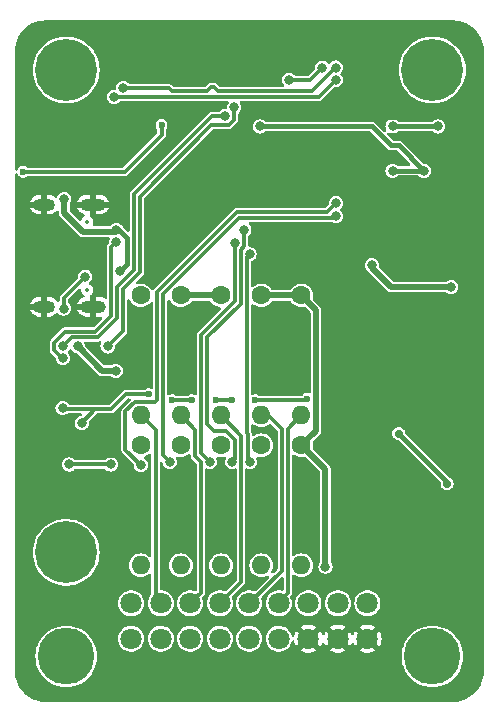
<source format=gbl>
%TF.GenerationSoftware,KiCad,Pcbnew,8.0.8*%
%TF.CreationDate,2025-05-08T14:25:14+01:00*%
%TF.ProjectId,esp32-canboard,65737033-322d-4636-916e-626f6172642e,rev?*%
%TF.SameCoordinates,Original*%
%TF.FileFunction,Copper,L2,Bot*%
%TF.FilePolarity,Positive*%
%FSLAX46Y46*%
G04 Gerber Fmt 4.6, Leading zero omitted, Abs format (unit mm)*
G04 Created by KiCad (PCBNEW 8.0.8) date 2025-05-08 14:25:14*
%MOMM*%
%LPD*%
G01*
G04 APERTURE LIST*
%TA.AperFunction,ComponentPad*%
%ADD10C,5.250000*%
%TD*%
%TA.AperFunction,ComponentPad*%
%ADD11C,1.800000*%
%TD*%
%TA.AperFunction,ComponentPad*%
%ADD12C,4.800000*%
%TD*%
%TA.AperFunction,HeatsinkPad*%
%ADD13C,0.600000*%
%TD*%
%TA.AperFunction,ComponentPad*%
%ADD14O,1.850000X1.050000*%
%TD*%
%TA.AperFunction,ComponentPad*%
%ADD15O,2.150000X1.050000*%
%TD*%
%TA.AperFunction,ComponentPad*%
%ADD16C,1.600000*%
%TD*%
%TA.AperFunction,ComponentPad*%
%ADD17O,1.600000X1.600000*%
%TD*%
%TA.AperFunction,ViaPad*%
%ADD18C,0.800000*%
%TD*%
%TA.AperFunction,ViaPad*%
%ADD19C,0.600000*%
%TD*%
%TA.AperFunction,ViaPad*%
%ADD20C,0.700000*%
%TD*%
%TA.AperFunction,Conductor*%
%ADD21C,0.500000*%
%TD*%
%TA.AperFunction,Conductor*%
%ADD22C,0.300000*%
%TD*%
%TA.AperFunction,Conductor*%
%ADD23C,0.400000*%
%TD*%
%TA.AperFunction,Conductor*%
%ADD24C,0.200000*%
%TD*%
%ADD25C,0.350000*%
%ADD26C,0.300000*%
%ADD27O,1.450000X0.650000*%
%ADD28O,1.750000X0.650000*%
G04 APERTURE END LIST*
D10*
%TO.P,MH2,MH2*%
%TO.N,N/C*%
X125750000Y-74600000D03*
%TD*%
%TO.P,MH3,MH3*%
%TO.N,N/C*%
X94750000Y-74600000D03*
%TD*%
D11*
%TO.P,CONN1,1,1*%
%TO.N,+12V*%
X120250000Y-119754500D03*
%TO.P,CONN1,2,2*%
%TO.N,+5VP*%
X117750000Y-119754500D03*
%TO.P,CONN1,3,3*%
X115250000Y-119754500D03*
%TO.P,CONN1,4,4*%
%TO.N,INPUT6*%
X112750000Y-119754500D03*
%TO.P,CONN1,5,5*%
%TO.N,INPUT7*%
X110250000Y-119754500D03*
%TO.P,CONN1,6,6*%
%TO.N,INPUT8*%
X107750000Y-119754500D03*
%TO.P,CONN1,7,7*%
%TO.N,INPUT9*%
X105250000Y-119754500D03*
%TO.P,CONN1,8,8*%
%TO.N,INPUT10*%
X102750000Y-119754500D03*
%TO.P,CONN1,9,9*%
%TO.N,CAN1_H*%
X100250000Y-119754500D03*
%TO.P,CONN1,10,10*%
%TO.N,GND*%
X120250000Y-122754500D03*
%TO.P,CONN1,11,11*%
X117750000Y-122754500D03*
%TO.P,CONN1,12,12*%
X115250000Y-122754500D03*
%TO.P,CONN1,13,13*%
%TO.N,INPUT1*%
X112750000Y-122754500D03*
%TO.P,CONN1,14,14*%
%TO.N,INPUT2*%
X110250000Y-122754500D03*
%TO.P,CONN1,15,15*%
%TO.N,INPUT3*%
X107750000Y-122754500D03*
%TO.P,CONN1,16,16*%
%TO.N,INPUT4*%
X105250000Y-122754500D03*
%TO.P,CONN1,17,17*%
%TO.N,INPUT5*%
X102750000Y-122754500D03*
%TO.P,CONN1,18,18*%
%TO.N,CAN1_L*%
X100250000Y-122754500D03*
D12*
%TO.P,CONN1,19,19*%
%TO.N,unconnected-(CONN1-Pad19)*%
X94750000Y-124254500D03*
%TO.P,CONN1,20,20*%
%TO.N,unconnected-(CONN1-Pad20)*%
X125750000Y-124254500D03*
%TD*%
D10*
%TO.P,MH1,MH1*%
%TO.N,N/C*%
X94750000Y-115450000D03*
%TD*%
D13*
%TO.P,U3,41,GND*%
%TO.N,GND*%
X113150000Y-83650000D03*
X113150000Y-82250000D03*
X112450000Y-84350000D03*
X112450000Y-82950000D03*
X112450000Y-81550000D03*
X111750000Y-83650000D03*
X111750000Y-82250000D03*
X111050000Y-84350000D03*
X111050000Y-82950000D03*
X111050000Y-81550000D03*
X110350000Y-83650000D03*
X110350000Y-82250000D03*
%TD*%
D14*
%TO.P,CONN2,SH1,SHIELD*%
%TO.N,GND*%
X92880000Y-86010000D03*
%TO.P,CONN2,SH2,SHIELD*%
X92880000Y-94650000D03*
D15*
%TO.P,CONN2,SH3,SHIELD*%
X97030000Y-86010000D03*
%TO.P,CONN2,SH4,SHIELD*%
X97030000Y-94650000D03*
%TD*%
D16*
%TO.P,R18,1*%
%TO.N,+5VP*%
X111260000Y-106380000D03*
D17*
%TO.P,R18,2*%
%TO.N,INPUT2*%
X111260000Y-116540000D03*
%TD*%
D16*
%TO.P,R27,1*%
%TO.N,+5VP*%
X101060000Y-106380000D03*
D17*
%TO.P,R27,2*%
%TO.N,INPUT5*%
X101060000Y-116540000D03*
%TD*%
D16*
%TO.P,R32,1*%
%TO.N,+5VP*%
X107860000Y-93690000D03*
D17*
%TO.P,R32,2*%
%TO.N,INPUT8*%
X107860000Y-103850000D03*
%TD*%
D16*
%TO.P,R30,1*%
%TO.N,+5VP*%
X114660000Y-93690000D03*
D17*
%TO.P,R30,2*%
%TO.N,INPUT6*%
X114660000Y-103850000D03*
%TD*%
D16*
%TO.P,R24,1*%
%TO.N,+5VP*%
X104460000Y-106380000D03*
D17*
%TO.P,R24,2*%
%TO.N,INPUT4*%
X104460000Y-116540000D03*
%TD*%
D16*
%TO.P,R34,1*%
%TO.N,+5VP*%
X101060000Y-93690000D03*
D17*
%TO.P,R34,2*%
%TO.N,INPUT10*%
X101060000Y-103850000D03*
%TD*%
D16*
%TO.P,R17,1*%
%TO.N,+5VP*%
X114660000Y-106380000D03*
D17*
%TO.P,R17,2*%
%TO.N,INPUT1*%
X114660000Y-116540000D03*
%TD*%
D16*
%TO.P,R21,1*%
%TO.N,+5VP*%
X107860000Y-106380000D03*
D17*
%TO.P,R21,2*%
%TO.N,INPUT3*%
X107860000Y-116540000D03*
%TD*%
D16*
%TO.P,R33,1*%
%TO.N,+5VP*%
X104460000Y-93690000D03*
D17*
%TO.P,R33,2*%
%TO.N,INPUT9*%
X104460000Y-103850000D03*
%TD*%
D16*
%TO.P,R31,1*%
%TO.N,+5VP*%
X111260000Y-93690000D03*
D17*
%TO.P,R31,2*%
%TO.N,INPUT7*%
X111260000Y-103850000D03*
%TD*%
D18*
%TO.N,GND*%
X106890000Y-94870000D03*
X126560000Y-106370000D03*
X91932500Y-101620000D03*
X127850000Y-116170000D03*
X124350000Y-85480000D03*
X119240000Y-93220000D03*
X121380000Y-114600000D03*
X120690000Y-103850000D03*
X114159032Y-92175205D03*
X113600000Y-95250000D03*
X103050000Y-90670000D03*
X99930000Y-108400000D03*
X112172500Y-108360000D03*
X105410000Y-108100000D03*
X98800000Y-87130000D03*
X98950000Y-98800000D03*
X95562500Y-106550000D03*
X91790000Y-76680000D03*
X111380000Y-92180000D03*
%TO.N,+5V*%
X98950000Y-100070000D03*
X95715000Y-98000000D03*
D19*
%TO.N,+3V3*%
X103730000Y-102560000D03*
X101740000Y-102050000D03*
D18*
X120620000Y-91130000D03*
X94445000Y-103240000D03*
X96060000Y-104500000D03*
X127350000Y-92980000D03*
D19*
X110750000Y-102560000D03*
X107450000Y-102560000D03*
X115150000Y-102440000D03*
X108772500Y-102560000D03*
X105372500Y-102560000D03*
D18*
%TO.N,USB_VBUS*%
X99000000Y-88130000D03*
X94580000Y-85510000D03*
X99320000Y-91610000D03*
%TO.N,AIN1*%
X110270000Y-90180000D03*
X110310000Y-107770000D03*
%TO.N,AIN2*%
X108810000Y-107770000D03*
X109830000Y-88130000D03*
%TO.N,AIN3*%
X116440000Y-74400000D03*
X106910000Y-107770000D03*
X109010000Y-89270000D03*
X113610000Y-75430000D03*
%TO.N,AIN4*%
X103510000Y-107770000D03*
X117595000Y-86975331D03*
%TO.N,AIN5*%
X117595000Y-85875000D03*
X101060000Y-108045025D03*
%TO.N,CAN1_H*%
X98510000Y-108000000D03*
X95000000Y-108000000D03*
%TO.N,Net-(CONN2-CC1)*%
X94460000Y-98999647D03*
X98980000Y-89160000D03*
%TO.N,Net-(CONN2-CC2)*%
X94550000Y-94800000D03*
X96350000Y-92100000D03*
%TO.N,CAN1_TX*%
X98255000Y-98000000D03*
X108980871Y-77775000D03*
%TO.N,CAN1_RX*%
X94460000Y-98000000D03*
X108200000Y-78525000D03*
D20*
%TO.N,Net-(U1-FB)*%
X127000000Y-109630000D03*
X122910000Y-105380000D03*
D18*
%TO.N,Net-(R6-Pad1)*%
X126200000Y-79380000D03*
X122380000Y-79380000D03*
D19*
%TO.N,Net-(U3-IO38)*%
X91105000Y-83220000D03*
X102820000Y-79240000D03*
D18*
%TO.N,Net-(U3-USB_D+)*%
X99588504Y-76125000D03*
X117575000Y-74400000D03*
%TO.N,Net-(U3-USB_D-)*%
X98800000Y-76875000D03*
X117575000Y-75430000D03*
%TO.N,Net-(U3-IO0)*%
X122380000Y-83130000D03*
X125040000Y-83130000D03*
X111140000Y-79380000D03*
%TO.N,+5VP*%
X116700000Y-116640000D03*
%TD*%
D21*
%TO.N,+5V*%
X95715000Y-98000000D02*
X97785000Y-100070000D01*
X97785000Y-100070000D02*
X98950000Y-100070000D01*
D22*
%TO.N,+3V3*%
X103730000Y-102560000D02*
X105372500Y-102560000D01*
D21*
X127350000Y-92980000D02*
X122250000Y-92980000D01*
D22*
X110750000Y-102560000D02*
X115030000Y-102560000D01*
X97220000Y-103310000D02*
X96060000Y-104470000D01*
X97400000Y-103310000D02*
X94515000Y-103310000D01*
X97400000Y-103310000D02*
X98560000Y-103310000D01*
X96060000Y-104500000D02*
X95970000Y-104500000D01*
X98560000Y-103310000D02*
X99820000Y-102050000D01*
X99820000Y-102050000D02*
X101740000Y-102050000D01*
X94710000Y-103240000D02*
X94445000Y-103240000D01*
X115030000Y-102560000D02*
X115150000Y-102440000D01*
X97400000Y-103310000D02*
X97220000Y-103310000D01*
D21*
X120620000Y-91350000D02*
X120620000Y-91130000D01*
X122250000Y-92980000D02*
X120620000Y-91350000D01*
D22*
X94515000Y-103310000D02*
X94445000Y-103240000D01*
X96060000Y-104470000D02*
X96060000Y-104500000D01*
X107450000Y-102560000D02*
X108772500Y-102560000D01*
D23*
%TO.N,USB_VBUS*%
X99920000Y-88830000D02*
X99220000Y-88130000D01*
X99220000Y-88130000D02*
X99000000Y-88130000D01*
D21*
X94580000Y-85510000D02*
X94580000Y-86692082D01*
X94580000Y-86692082D02*
X96177918Y-88290000D01*
X96177918Y-88290000D02*
X98840000Y-88290000D01*
X98840000Y-88290000D02*
X99000000Y-88130000D01*
D23*
X99920000Y-88830000D02*
X99920000Y-91010000D01*
X99920000Y-91010000D02*
X99320000Y-91610000D01*
D22*
%TO.N,AIN1*%
X110040000Y-90410000D02*
X110040000Y-105322893D01*
X110270000Y-90180000D02*
X110040000Y-90410000D01*
X110110000Y-107570000D02*
X110310000Y-107770000D01*
X110110000Y-105392893D02*
X110110000Y-107570000D01*
X110040000Y-105322893D02*
X110110000Y-105392893D01*
%TO.N,AIN2*%
X109010000Y-107570000D02*
X109010000Y-105903654D01*
X108256346Y-105150000D02*
X107290000Y-105150000D01*
X106710000Y-104570000D02*
X106710000Y-97173453D01*
X106710000Y-97173453D02*
X109510000Y-94373453D01*
X109510000Y-89830661D02*
X109830000Y-89510661D01*
X107290000Y-105150000D02*
X106710000Y-104570000D01*
D24*
X108810000Y-107770000D02*
X108960000Y-107620000D01*
D22*
X109830000Y-89510661D02*
X109830000Y-88130000D01*
X109010000Y-105903654D02*
X108256346Y-105150000D01*
X108960000Y-107620000D02*
X109010000Y-107570000D01*
X109510000Y-94373453D02*
X109510000Y-89830661D01*
%TO.N,AIN3*%
X115410000Y-75430000D02*
X116440000Y-74400000D01*
X106910000Y-107770000D02*
X106170000Y-107030000D01*
X106170000Y-97006346D02*
X109010000Y-94166346D01*
X113610000Y-75430000D02*
X115410000Y-75430000D01*
X109010000Y-94166346D02*
X109010000Y-89270000D01*
X106170000Y-107030000D02*
X106170000Y-97006346D01*
%TO.N,AIN4*%
X103510000Y-107780000D02*
X102960000Y-107230000D01*
X109403654Y-87120000D02*
X117450331Y-87120000D01*
X102960000Y-93563654D02*
X109403654Y-87120000D01*
X102960000Y-107230000D02*
X102960000Y-93563654D01*
X117450331Y-87120000D02*
X117595000Y-86975331D01*
%TO.N,AIN5*%
X109196547Y-86620000D02*
X116850000Y-86620000D01*
X99770000Y-106770050D02*
X99770000Y-103513654D01*
X99770000Y-103513654D02*
X100583654Y-102700000D01*
X102290000Y-102700000D02*
X102460000Y-102530000D01*
X102460000Y-102530000D02*
X102460000Y-93356547D01*
X102460000Y-93356547D02*
X109196547Y-86620000D01*
X116850000Y-86620000D02*
X117595000Y-85875000D01*
X101044975Y-108045025D02*
X99770000Y-106770050D01*
X100583654Y-102700000D02*
X102290000Y-102700000D01*
%TO.N,INPUT7*%
X113000000Y-105000000D02*
X111850000Y-103850000D01*
X111850000Y-103850000D02*
X111260000Y-103850000D01*
X113000000Y-117004500D02*
X113000000Y-105000000D01*
X110250000Y-119754500D02*
X113000000Y-117004500D01*
%TO.N,INPUT6*%
X112910000Y-119594500D02*
X112910000Y-119440000D01*
D24*
X112750000Y-119754500D02*
X112910000Y-119594500D01*
D22*
X113500000Y-105010000D02*
X114660000Y-103850000D01*
X112910000Y-119440000D02*
X113500000Y-118850000D01*
X113500000Y-118850000D02*
X113500000Y-105010000D01*
%TO.N,INPUT9*%
X105670000Y-105060000D02*
X104460000Y-103850000D01*
X106160000Y-107789339D02*
X105670000Y-107299339D01*
X105250000Y-119754500D02*
X106160000Y-118844500D01*
X105670000Y-107299339D02*
X105670000Y-105060000D01*
X106160000Y-118844500D02*
X106160000Y-107789339D01*
%TO.N,INPUT10*%
X102320000Y-105110000D02*
X101060000Y-103850000D01*
X102750000Y-119754500D02*
X102320000Y-119324500D01*
X102320000Y-119324500D02*
X102320000Y-105110000D01*
%TO.N,INPUT8*%
X109560000Y-105550000D02*
X107860000Y-103850000D01*
X109560000Y-117944500D02*
X109560000Y-105550000D01*
X107750000Y-119754500D02*
X109560000Y-117944500D01*
%TO.N,CAN1_H*%
X95000000Y-108000000D02*
X98510000Y-108000000D01*
%TO.N,Net-(CONN2-CC1)*%
X97200000Y-96750000D02*
X94649339Y-96750000D01*
X94398986Y-98999647D02*
X94460000Y-98999647D01*
X98550000Y-89590000D02*
X98550000Y-95400000D01*
X98550000Y-95400000D02*
X97200000Y-96750000D01*
X93710000Y-98310661D02*
X94398986Y-98999647D01*
X98980000Y-89160000D02*
X98550000Y-89590000D01*
X94649339Y-96750000D02*
X93710000Y-97689339D01*
X93710000Y-97689339D02*
X93710000Y-98310661D01*
%TO.N,Net-(CONN2-CC2)*%
X94550000Y-93900000D02*
X96350000Y-92100000D01*
X94550000Y-94800000D02*
X94550000Y-93900000D01*
%TO.N,CAN1_TX*%
X100970000Y-91727767D02*
X99550000Y-93147767D01*
X100970000Y-85347106D02*
X100970000Y-91727767D01*
X99550000Y-93147767D02*
X99550000Y-96705000D01*
X107042106Y-79275000D02*
X100970000Y-85347106D01*
X99550000Y-96705000D02*
X98255000Y-98000000D01*
X108980871Y-78804790D02*
X108510661Y-79275000D01*
X108510661Y-79275000D02*
X107042106Y-79275000D01*
X108980871Y-77775000D02*
X108980871Y-78804790D01*
%TO.N,CAN1_RX*%
X108200000Y-78525000D02*
X107085000Y-78525000D01*
X97407107Y-97250000D02*
X95210000Y-97250000D01*
X95210000Y-97250000D02*
X94460000Y-98000000D01*
X107085000Y-78525000D02*
X100470000Y-85140000D01*
X100470000Y-91520661D02*
X99050000Y-92940661D01*
X99050000Y-92940661D02*
X99050000Y-95607107D01*
X100470000Y-85140000D02*
X100470000Y-91520661D01*
X94654339Y-98000000D02*
X94460000Y-98000000D01*
X99050000Y-95607107D02*
X97407107Y-97250000D01*
D23*
%TO.N,Net-(U1-FB)*%
X122910000Y-105380000D02*
X127000000Y-109470000D01*
X127000000Y-109470000D02*
X127000000Y-109630000D01*
%TO.N,Net-(R6-Pad1)*%
X126200000Y-79380000D02*
X122380000Y-79380000D01*
D22*
%TO.N,Net-(U3-IO38)*%
X102820000Y-79240000D02*
X102820000Y-80105000D01*
X99705000Y-83220000D02*
X91105000Y-83220000D01*
X102820000Y-80105000D02*
X99705000Y-83220000D01*
%TO.N,Net-(U3-USB_D+)*%
X106669950Y-76375000D02*
X106410000Y-76375000D01*
X106410000Y-76375000D02*
X104330265Y-76375000D01*
X103690000Y-76375000D02*
X103435000Y-76120000D01*
X115569339Y-76375000D02*
X107610000Y-76375000D01*
X99593504Y-76120000D02*
X99588504Y-76125000D01*
X117575000Y-74400000D02*
X117544339Y-74400000D01*
X117544339Y-74400000D02*
X115569339Y-76375000D01*
X107269950Y-76034950D02*
X107010000Y-76034950D01*
X104330265Y-76375000D02*
X103690000Y-76375000D01*
X103435000Y-76120000D02*
X99593504Y-76120000D01*
X107010000Y-76034950D02*
G75*
G03*
X106839950Y-76204975I0J-170050D01*
G01*
X107439975Y-76204975D02*
G75*
G03*
X107269950Y-76035025I-169975J-25D01*
G01*
X106839975Y-76204975D02*
G75*
G02*
X106669950Y-76374975I-169975J-25D01*
G01*
X107610000Y-76375000D02*
G75*
G02*
X107440000Y-76204975I0J170000D01*
G01*
%TO.N,Net-(U3-USB_D-)*%
X98800000Y-76875000D02*
X116130000Y-76875000D01*
X116130000Y-76875000D02*
X117575000Y-75430000D01*
D23*
%TO.N,Net-(U3-IO0)*%
X125040000Y-83130000D02*
X122380000Y-83130000D01*
X120650000Y-79380000D02*
X122260000Y-80990000D01*
X122900000Y-80990000D02*
X125040000Y-83130000D01*
X122260000Y-80990000D02*
X122900000Y-80990000D01*
X111140000Y-79380000D02*
X120650000Y-79380000D01*
D21*
%TO.N,+5VP*%
X116690000Y-116630000D02*
X116690000Y-108410000D01*
X116700000Y-116640000D02*
X116690000Y-116630000D01*
X114660000Y-93690000D02*
X111260000Y-93690000D01*
X115910000Y-94940000D02*
X114660000Y-93690000D01*
X107860000Y-93690000D02*
X104460000Y-93690000D01*
X114660000Y-106380000D02*
X115910000Y-105130000D01*
X116690000Y-108410000D02*
X114660000Y-106380000D01*
X115910000Y-105130000D02*
X115910000Y-94940000D01*
%TD*%
%TA.AperFunction,Conductor*%
%TO.N,GND*%
G36*
X103515703Y-94063175D02*
G01*
X103543858Y-94098435D01*
X103624086Y-94248532D01*
X103624090Y-94248539D01*
X103749116Y-94400883D01*
X103901460Y-94525909D01*
X103901467Y-94525913D01*
X104075266Y-94618811D01*
X104075269Y-94618811D01*
X104075273Y-94618814D01*
X104263868Y-94676024D01*
X104460000Y-94695341D01*
X104656132Y-94676024D01*
X104844727Y-94618814D01*
X105018538Y-94525910D01*
X105170883Y-94400883D01*
X105295910Y-94248538D01*
X105318622Y-94206046D01*
X105367584Y-94156202D01*
X105427980Y-94140500D01*
X106892020Y-94140500D01*
X106959059Y-94160185D01*
X107001378Y-94206047D01*
X107024090Y-94248539D01*
X107149116Y-94400883D01*
X107301460Y-94525909D01*
X107301467Y-94525913D01*
X107475266Y-94618811D01*
X107475269Y-94618811D01*
X107475273Y-94618814D01*
X107663868Y-94676024D01*
X107713172Y-94680879D01*
X107777957Y-94707038D01*
X107818317Y-94764072D01*
X107821436Y-94833872D01*
X107788699Y-94891963D01*
X105889531Y-96791132D01*
X105889529Y-96791135D01*
X105861152Y-96840287D01*
X105861151Y-96840288D01*
X105843387Y-96871055D01*
X105843386Y-96871058D01*
X105819500Y-96960202D01*
X105819500Y-102025234D01*
X105799815Y-102092273D01*
X105747011Y-102138028D01*
X105677853Y-102147972D01*
X105628461Y-102129550D01*
X105582550Y-102100045D01*
X105444463Y-102059500D01*
X105444461Y-102059500D01*
X105300539Y-102059500D01*
X105300536Y-102059500D01*
X105162449Y-102100045D01*
X105041376Y-102177854D01*
X105041374Y-102177855D01*
X105041372Y-102177857D01*
X105041370Y-102177858D01*
X105039812Y-102179210D01*
X105037927Y-102180070D01*
X105033911Y-102182652D01*
X105033539Y-102182074D01*
X104976257Y-102208237D01*
X104958605Y-102209500D01*
X104143895Y-102209500D01*
X104076856Y-102189815D01*
X104062688Y-102179210D01*
X104061132Y-102177862D01*
X104061128Y-102177857D01*
X103940053Y-102100047D01*
X103940051Y-102100046D01*
X103940049Y-102100045D01*
X103940050Y-102100045D01*
X103801963Y-102059500D01*
X103801961Y-102059500D01*
X103658039Y-102059500D01*
X103658036Y-102059500D01*
X103519949Y-102100045D01*
X103519946Y-102100046D01*
X103501538Y-102111877D01*
X103434499Y-102131561D01*
X103367460Y-102111876D01*
X103321705Y-102059071D01*
X103310500Y-102007561D01*
X103310500Y-94156888D01*
X103330185Y-94089849D01*
X103382989Y-94044094D01*
X103452147Y-94034150D01*
X103515703Y-94063175D01*
G37*
%TD.AperFunction*%
%TA.AperFunction,Conductor*%
G36*
X113759059Y-94160185D02*
G01*
X113801378Y-94206047D01*
X113824090Y-94248539D01*
X113949116Y-94400883D01*
X114101460Y-94525909D01*
X114101467Y-94525913D01*
X114275266Y-94618811D01*
X114275269Y-94618811D01*
X114275273Y-94618814D01*
X114463868Y-94676024D01*
X114660000Y-94695341D01*
X114856132Y-94676024D01*
X114902237Y-94662037D01*
X114972103Y-94661413D01*
X115025914Y-94693017D01*
X115423181Y-95090284D01*
X115456666Y-95151607D01*
X115459500Y-95177965D01*
X115459500Y-101843602D01*
X115439815Y-101910641D01*
X115387011Y-101956396D01*
X115317853Y-101966340D01*
X115300566Y-101962579D01*
X115221964Y-101939500D01*
X115221961Y-101939500D01*
X115078039Y-101939500D01*
X115078036Y-101939500D01*
X114939949Y-101980045D01*
X114818873Y-102057856D01*
X114818872Y-102057856D01*
X114818872Y-102057857D01*
X114780224Y-102102460D01*
X114724557Y-102166703D01*
X114665779Y-102204477D01*
X114630844Y-102209500D01*
X111163895Y-102209500D01*
X111096856Y-102189815D01*
X111082688Y-102179210D01*
X111081132Y-102177862D01*
X111081128Y-102177857D01*
X110960053Y-102100047D01*
X110960051Y-102100046D01*
X110960049Y-102100045D01*
X110960050Y-102100045D01*
X110821963Y-102059500D01*
X110821961Y-102059500D01*
X110678039Y-102059500D01*
X110678035Y-102059500D01*
X110549434Y-102097260D01*
X110479564Y-102097260D01*
X110420786Y-102059485D01*
X110391762Y-101995929D01*
X110390500Y-101978283D01*
X110390500Y-94532885D01*
X110410185Y-94465846D01*
X110462989Y-94420091D01*
X110532147Y-94410147D01*
X110593163Y-94437031D01*
X110628274Y-94465846D01*
X110701460Y-94525909D01*
X110701467Y-94525913D01*
X110875266Y-94618811D01*
X110875269Y-94618811D01*
X110875273Y-94618814D01*
X111063868Y-94676024D01*
X111260000Y-94695341D01*
X111456132Y-94676024D01*
X111644727Y-94618814D01*
X111818538Y-94525910D01*
X111970883Y-94400883D01*
X112095910Y-94248538D01*
X112118622Y-94206046D01*
X112167584Y-94156202D01*
X112227980Y-94140500D01*
X113692020Y-94140500D01*
X113759059Y-94160185D01*
G37*
%TD.AperFunction*%
%TA.AperFunction,Conductor*%
G36*
X127503471Y-70400695D02*
G01*
X127541470Y-70402828D01*
X127784106Y-70416454D01*
X127797909Y-70418010D01*
X128071584Y-70464509D01*
X128085123Y-70467599D01*
X128351874Y-70544449D01*
X128364993Y-70549040D01*
X128621445Y-70655265D01*
X128633967Y-70661294D01*
X128820623Y-70764456D01*
X128876921Y-70795571D01*
X128888695Y-70802969D01*
X129115081Y-70963598D01*
X129125953Y-70972268D01*
X129332931Y-71157235D01*
X129342764Y-71167068D01*
X129527731Y-71374046D01*
X129536401Y-71384918D01*
X129697030Y-71611304D01*
X129704428Y-71623078D01*
X129838701Y-71866025D01*
X129844734Y-71878554D01*
X129950959Y-72135006D01*
X129955552Y-72148130D01*
X130032397Y-72414865D01*
X130035491Y-72428422D01*
X130081988Y-72702082D01*
X130083545Y-72715900D01*
X130099305Y-72996527D01*
X130099500Y-73003480D01*
X130099500Y-125496519D01*
X130099305Y-125503472D01*
X130083545Y-125784099D01*
X130081988Y-125797917D01*
X130035491Y-126071577D01*
X130032397Y-126085134D01*
X129955552Y-126351869D01*
X129950959Y-126364993D01*
X129844734Y-126621445D01*
X129838701Y-126633974D01*
X129704428Y-126876921D01*
X129697030Y-126888695D01*
X129536401Y-127115081D01*
X129527731Y-127125953D01*
X129342764Y-127332931D01*
X129332931Y-127342764D01*
X129125953Y-127527731D01*
X129115081Y-127536401D01*
X128888695Y-127697030D01*
X128876921Y-127704428D01*
X128633974Y-127838701D01*
X128621445Y-127844734D01*
X128364993Y-127950959D01*
X128351869Y-127955552D01*
X128085134Y-128032397D01*
X128071577Y-128035491D01*
X127797917Y-128081988D01*
X127784099Y-128083545D01*
X127503472Y-128099305D01*
X127496519Y-128099500D01*
X93003481Y-128099500D01*
X92996528Y-128099305D01*
X92715900Y-128083545D01*
X92702082Y-128081988D01*
X92428422Y-128035491D01*
X92414865Y-128032397D01*
X92148130Y-127955552D01*
X92135006Y-127950959D01*
X91878554Y-127844734D01*
X91866025Y-127838701D01*
X91623078Y-127704428D01*
X91611304Y-127697030D01*
X91384918Y-127536401D01*
X91374046Y-127527731D01*
X91167068Y-127342764D01*
X91157235Y-127332931D01*
X90972268Y-127125953D01*
X90963598Y-127115081D01*
X90802969Y-126888695D01*
X90795571Y-126876921D01*
X90744242Y-126784049D01*
X90661294Y-126633967D01*
X90655265Y-126621445D01*
X90549040Y-126364993D01*
X90544447Y-126351869D01*
X90467599Y-126085123D01*
X90464508Y-126071577D01*
X90449306Y-125982105D01*
X90418010Y-125797909D01*
X90416454Y-125784106D01*
X90400695Y-125503471D01*
X90400500Y-125496519D01*
X90400500Y-124254500D01*
X92144747Y-124254500D01*
X92163741Y-124568523D01*
X92163741Y-124568528D01*
X92163742Y-124568529D01*
X92220451Y-124877978D01*
X92220452Y-124877982D01*
X92220453Y-124877986D01*
X92314039Y-125178316D01*
X92314043Y-125178327D01*
X92314044Y-125178330D01*
X92314046Y-125178335D01*
X92443163Y-125465221D01*
X92605919Y-125734452D01*
X92605924Y-125734460D01*
X92799942Y-125982105D01*
X93022394Y-126204557D01*
X93270039Y-126398575D01*
X93270044Y-126398578D01*
X93270048Y-126398581D01*
X93539279Y-126561337D01*
X93826165Y-126690454D01*
X93826175Y-126690457D01*
X93826183Y-126690460D01*
X94026403Y-126752850D01*
X94126522Y-126784049D01*
X94435971Y-126840758D01*
X94750000Y-126859753D01*
X95064029Y-126840758D01*
X95373478Y-126784049D01*
X95673835Y-126690454D01*
X95960721Y-126561337D01*
X96229952Y-126398581D01*
X96477602Y-126204560D01*
X96700060Y-125982102D01*
X96894081Y-125734452D01*
X97056837Y-125465221D01*
X97185954Y-125178335D01*
X97279549Y-124877978D01*
X97336258Y-124568529D01*
X97355253Y-124254500D01*
X123144747Y-124254500D01*
X123163741Y-124568523D01*
X123163741Y-124568528D01*
X123163742Y-124568529D01*
X123220451Y-124877978D01*
X123220452Y-124877982D01*
X123220453Y-124877986D01*
X123314039Y-125178316D01*
X123314043Y-125178327D01*
X123314044Y-125178330D01*
X123314046Y-125178335D01*
X123443163Y-125465221D01*
X123605919Y-125734452D01*
X123605924Y-125734460D01*
X123799942Y-125982105D01*
X124022394Y-126204557D01*
X124270039Y-126398575D01*
X124270044Y-126398578D01*
X124270048Y-126398581D01*
X124539279Y-126561337D01*
X124826165Y-126690454D01*
X124826175Y-126690457D01*
X124826183Y-126690460D01*
X125026403Y-126752850D01*
X125126522Y-126784049D01*
X125435971Y-126840758D01*
X125750000Y-126859753D01*
X126064029Y-126840758D01*
X126373478Y-126784049D01*
X126673835Y-126690454D01*
X126960721Y-126561337D01*
X127229952Y-126398581D01*
X127477602Y-126204560D01*
X127700060Y-125982102D01*
X127894081Y-125734452D01*
X128056837Y-125465221D01*
X128185954Y-125178335D01*
X128279549Y-124877978D01*
X128336258Y-124568529D01*
X128355253Y-124254500D01*
X128336258Y-123940471D01*
X128279549Y-123631022D01*
X128238434Y-123499079D01*
X128185960Y-123330683D01*
X128185956Y-123330672D01*
X128185954Y-123330665D01*
X128056837Y-123043779D01*
X127894081Y-122774548D01*
X127894078Y-122774544D01*
X127894075Y-122774539D01*
X127700057Y-122526894D01*
X127477605Y-122304442D01*
X127229960Y-122110424D01*
X127229952Y-122110419D01*
X126960721Y-121947663D01*
X126673835Y-121818546D01*
X126673830Y-121818544D01*
X126673827Y-121818543D01*
X126673816Y-121818539D01*
X126373486Y-121724953D01*
X126373482Y-121724952D01*
X126373478Y-121724951D01*
X126064029Y-121668242D01*
X126064028Y-121668241D01*
X126064023Y-121668241D01*
X125750000Y-121649247D01*
X125435976Y-121668241D01*
X125435971Y-121668242D01*
X125126522Y-121724951D01*
X125126519Y-121724951D01*
X125126513Y-121724953D01*
X124826183Y-121818539D01*
X124826172Y-121818543D01*
X124539283Y-121947661D01*
X124539281Y-121947662D01*
X124270039Y-122110424D01*
X124022394Y-122304442D01*
X123799942Y-122526894D01*
X123605924Y-122774539D01*
X123443162Y-123043781D01*
X123443161Y-123043783D01*
X123388452Y-123165342D01*
X123321722Y-123313611D01*
X123314043Y-123330672D01*
X123314039Y-123330683D01*
X123220453Y-123631013D01*
X123220451Y-123631019D01*
X123220451Y-123631022D01*
X123183382Y-123833298D01*
X123163741Y-123940476D01*
X123144747Y-124254500D01*
X97355253Y-124254500D01*
X97336258Y-123940471D01*
X97279549Y-123631022D01*
X97238434Y-123499079D01*
X97185960Y-123330683D01*
X97185956Y-123330672D01*
X97185954Y-123330665D01*
X97056837Y-123043779D01*
X96894081Y-122774548D01*
X96894078Y-122774544D01*
X96894075Y-122774539D01*
X96878375Y-122754499D01*
X99144785Y-122754499D01*
X99144785Y-122754500D01*
X99163602Y-122957582D01*
X99219417Y-123153747D01*
X99219422Y-123153760D01*
X99310327Y-123336321D01*
X99433237Y-123499081D01*
X99583958Y-123636480D01*
X99583960Y-123636482D01*
X99683141Y-123697892D01*
X99757363Y-123743848D01*
X99947544Y-123817524D01*
X100148024Y-123855000D01*
X100148026Y-123855000D01*
X100351974Y-123855000D01*
X100351976Y-123855000D01*
X100552456Y-123817524D01*
X100742637Y-123743848D01*
X100916041Y-123636481D01*
X101066764Y-123499079D01*
X101189673Y-123336321D01*
X101280582Y-123153750D01*
X101336397Y-122957583D01*
X101355215Y-122754500D01*
X101355215Y-122754499D01*
X101644785Y-122754499D01*
X101644785Y-122754500D01*
X101663602Y-122957582D01*
X101719417Y-123153747D01*
X101719422Y-123153760D01*
X101810327Y-123336321D01*
X101933237Y-123499081D01*
X102083958Y-123636480D01*
X102083960Y-123636482D01*
X102183141Y-123697892D01*
X102257363Y-123743848D01*
X102447544Y-123817524D01*
X102648024Y-123855000D01*
X102648026Y-123855000D01*
X102851974Y-123855000D01*
X102851976Y-123855000D01*
X103052456Y-123817524D01*
X103242637Y-123743848D01*
X103416041Y-123636481D01*
X103566764Y-123499079D01*
X103689673Y-123336321D01*
X103780582Y-123153750D01*
X103836397Y-122957583D01*
X103855215Y-122754500D01*
X103855215Y-122754499D01*
X104144785Y-122754499D01*
X104144785Y-122754500D01*
X104163602Y-122957582D01*
X104219417Y-123153747D01*
X104219422Y-123153760D01*
X104310327Y-123336321D01*
X104433237Y-123499081D01*
X104583958Y-123636480D01*
X104583960Y-123636482D01*
X104683141Y-123697892D01*
X104757363Y-123743848D01*
X104947544Y-123817524D01*
X105148024Y-123855000D01*
X105148026Y-123855000D01*
X105351974Y-123855000D01*
X105351976Y-123855000D01*
X105552456Y-123817524D01*
X105742637Y-123743848D01*
X105916041Y-123636481D01*
X106066764Y-123499079D01*
X106189673Y-123336321D01*
X106280582Y-123153750D01*
X106336397Y-122957583D01*
X106355215Y-122754500D01*
X106355215Y-122754499D01*
X106644785Y-122754499D01*
X106644785Y-122754500D01*
X106663602Y-122957582D01*
X106719417Y-123153747D01*
X106719422Y-123153760D01*
X106810327Y-123336321D01*
X106933237Y-123499081D01*
X107083958Y-123636480D01*
X107083960Y-123636482D01*
X107183141Y-123697892D01*
X107257363Y-123743848D01*
X107447544Y-123817524D01*
X107648024Y-123855000D01*
X107648026Y-123855000D01*
X107851974Y-123855000D01*
X107851976Y-123855000D01*
X108052456Y-123817524D01*
X108242637Y-123743848D01*
X108416041Y-123636481D01*
X108566764Y-123499079D01*
X108689673Y-123336321D01*
X108780582Y-123153750D01*
X108836397Y-122957583D01*
X108855215Y-122754500D01*
X108855215Y-122754499D01*
X109144785Y-122754499D01*
X109144785Y-122754500D01*
X109163602Y-122957582D01*
X109219417Y-123153747D01*
X109219422Y-123153760D01*
X109310327Y-123336321D01*
X109433237Y-123499081D01*
X109583958Y-123636480D01*
X109583960Y-123636482D01*
X109683141Y-123697892D01*
X109757363Y-123743848D01*
X109947544Y-123817524D01*
X110148024Y-123855000D01*
X110148026Y-123855000D01*
X110351974Y-123855000D01*
X110351976Y-123855000D01*
X110552456Y-123817524D01*
X110742637Y-123743848D01*
X110916041Y-123636481D01*
X111066764Y-123499079D01*
X111189673Y-123336321D01*
X111280582Y-123153750D01*
X111336397Y-122957583D01*
X111355215Y-122754500D01*
X111355215Y-122754499D01*
X111644785Y-122754499D01*
X111644785Y-122754500D01*
X111663602Y-122957582D01*
X111719417Y-123153747D01*
X111719422Y-123153760D01*
X111810327Y-123336321D01*
X111933237Y-123499081D01*
X112083958Y-123636480D01*
X112083960Y-123636482D01*
X112183141Y-123697892D01*
X112257363Y-123743848D01*
X112447544Y-123817524D01*
X112648024Y-123855000D01*
X112648026Y-123855000D01*
X112851974Y-123855000D01*
X112851976Y-123855000D01*
X113052456Y-123817524D01*
X113242637Y-123743848D01*
X113416041Y-123636481D01*
X113566764Y-123499079D01*
X113689673Y-123336321D01*
X113780582Y-123153750D01*
X113829010Y-122983543D01*
X113866288Y-122924452D01*
X113929598Y-122894895D01*
X113998837Y-122904257D01*
X114052024Y-122949567D01*
X114067541Y-122983546D01*
X114126236Y-123189842D01*
X114126239Y-123189848D01*
X114225364Y-123388919D01*
X114225366Y-123388921D01*
X114241138Y-123409806D01*
X114685387Y-122965558D01*
X114690889Y-122986091D01*
X114769881Y-123122908D01*
X114881592Y-123234619D01*
X115018409Y-123313611D01*
X115038940Y-123319112D01*
X114596671Y-123761380D01*
X114712823Y-123833298D01*
X114712824Y-123833299D01*
X114920195Y-123913634D01*
X115138807Y-123954500D01*
X115361193Y-123954500D01*
X115579804Y-123913634D01*
X115787177Y-123833298D01*
X115787178Y-123833297D01*
X115903327Y-123761380D01*
X115461059Y-123319112D01*
X115481591Y-123313611D01*
X115618408Y-123234619D01*
X115730119Y-123122908D01*
X115809111Y-122986091D01*
X115814612Y-122965558D01*
X116258860Y-123409806D01*
X116258861Y-123409806D01*
X116274631Y-123388925D01*
X116274632Y-123388922D01*
X116373760Y-123189849D01*
X116380733Y-123165342D01*
X116418012Y-123106249D01*
X116481321Y-123076690D01*
X116550561Y-123086051D01*
X116603748Y-123131360D01*
X116619267Y-123165342D01*
X116626239Y-123189849D01*
X116725364Y-123388919D01*
X116725366Y-123388921D01*
X116741138Y-123409806D01*
X117185387Y-122965558D01*
X117190889Y-122986091D01*
X117269881Y-123122908D01*
X117381592Y-123234619D01*
X117518409Y-123313611D01*
X117538940Y-123319112D01*
X117096671Y-123761380D01*
X117212823Y-123833298D01*
X117212824Y-123833299D01*
X117420195Y-123913634D01*
X117638807Y-123954500D01*
X117861193Y-123954500D01*
X118079804Y-123913634D01*
X118287177Y-123833298D01*
X118287178Y-123833297D01*
X118403327Y-123761380D01*
X117961059Y-123319112D01*
X117981591Y-123313611D01*
X118118408Y-123234619D01*
X118230119Y-123122908D01*
X118309111Y-122986091D01*
X118314612Y-122965558D01*
X118758860Y-123409806D01*
X118758861Y-123409806D01*
X118774631Y-123388925D01*
X118774632Y-123388922D01*
X118873760Y-123189849D01*
X118880733Y-123165342D01*
X118918012Y-123106249D01*
X118981321Y-123076690D01*
X119050561Y-123086051D01*
X119103748Y-123131360D01*
X119119267Y-123165342D01*
X119126239Y-123189849D01*
X119225364Y-123388919D01*
X119225366Y-123388921D01*
X119241138Y-123409806D01*
X119685387Y-122965558D01*
X119690889Y-122986091D01*
X119769881Y-123122908D01*
X119881592Y-123234619D01*
X120018409Y-123313611D01*
X120038940Y-123319112D01*
X119596671Y-123761380D01*
X119712823Y-123833298D01*
X119712824Y-123833299D01*
X119920195Y-123913634D01*
X120138807Y-123954500D01*
X120361193Y-123954500D01*
X120579804Y-123913634D01*
X120787177Y-123833298D01*
X120787178Y-123833297D01*
X120903327Y-123761380D01*
X120461059Y-123319112D01*
X120481591Y-123313611D01*
X120618408Y-123234619D01*
X120730119Y-123122908D01*
X120809111Y-122986091D01*
X120814612Y-122965558D01*
X121258860Y-123409806D01*
X121258861Y-123409806D01*
X121274631Y-123388925D01*
X121274632Y-123388922D01*
X121373759Y-123189850D01*
X121434621Y-122975939D01*
X121455141Y-122754500D01*
X121455141Y-122754499D01*
X121434621Y-122533060D01*
X121373759Y-122319149D01*
X121274633Y-122120077D01*
X121274631Y-122120074D01*
X121258860Y-122099191D01*
X120814612Y-122543440D01*
X120809111Y-122522909D01*
X120730119Y-122386092D01*
X120618408Y-122274381D01*
X120481591Y-122195389D01*
X120461058Y-122189887D01*
X120903327Y-121747618D01*
X120903326Y-121747617D01*
X120787181Y-121675703D01*
X120787175Y-121675700D01*
X120579804Y-121595365D01*
X120361193Y-121554500D01*
X120138807Y-121554500D01*
X119920195Y-121595365D01*
X119712824Y-121675700D01*
X119712818Y-121675704D01*
X119596672Y-121747617D01*
X119596671Y-121747618D01*
X120038941Y-122189887D01*
X120018409Y-122195389D01*
X119881592Y-122274381D01*
X119769881Y-122386092D01*
X119690889Y-122522909D01*
X119685387Y-122543440D01*
X119241138Y-122099191D01*
X119241137Y-122099191D01*
X119225369Y-122120071D01*
X119126240Y-122319149D01*
X119119267Y-122343658D01*
X119081987Y-122402751D01*
X119018678Y-122432309D01*
X118949438Y-122422947D01*
X118896252Y-122377638D01*
X118880733Y-122343658D01*
X118873759Y-122319149D01*
X118774633Y-122120077D01*
X118774631Y-122120074D01*
X118758860Y-122099191D01*
X118314612Y-122543440D01*
X118309111Y-122522909D01*
X118230119Y-122386092D01*
X118118408Y-122274381D01*
X117981591Y-122195389D01*
X117961058Y-122189887D01*
X118403327Y-121747618D01*
X118403326Y-121747617D01*
X118287181Y-121675703D01*
X118287175Y-121675700D01*
X118079804Y-121595365D01*
X117861193Y-121554500D01*
X117638807Y-121554500D01*
X117420195Y-121595365D01*
X117212824Y-121675700D01*
X117212818Y-121675704D01*
X117096672Y-121747617D01*
X117096671Y-121747618D01*
X117538941Y-122189887D01*
X117518409Y-122195389D01*
X117381592Y-122274381D01*
X117269881Y-122386092D01*
X117190889Y-122522909D01*
X117185387Y-122543440D01*
X116741138Y-122099191D01*
X116741137Y-122099191D01*
X116725369Y-122120071D01*
X116626240Y-122319149D01*
X116619267Y-122343658D01*
X116581987Y-122402751D01*
X116518678Y-122432309D01*
X116449438Y-122422947D01*
X116396252Y-122377638D01*
X116380733Y-122343658D01*
X116373759Y-122319149D01*
X116274633Y-122120077D01*
X116274631Y-122120074D01*
X116258860Y-122099191D01*
X115814612Y-122543440D01*
X115809111Y-122522909D01*
X115730119Y-122386092D01*
X115618408Y-122274381D01*
X115481591Y-122195389D01*
X115461058Y-122189887D01*
X115903327Y-121747618D01*
X115903326Y-121747617D01*
X115787181Y-121675703D01*
X115787175Y-121675700D01*
X115579804Y-121595365D01*
X115361193Y-121554500D01*
X115138807Y-121554500D01*
X114920195Y-121595365D01*
X114712824Y-121675700D01*
X114712818Y-121675704D01*
X114596672Y-121747617D01*
X114596671Y-121747618D01*
X115038941Y-122189887D01*
X115018409Y-122195389D01*
X114881592Y-122274381D01*
X114769881Y-122386092D01*
X114690889Y-122522909D01*
X114685387Y-122543440D01*
X114241138Y-122099191D01*
X114241137Y-122099191D01*
X114225369Y-122120071D01*
X114126239Y-122319151D01*
X114126236Y-122319157D01*
X114067541Y-122525453D01*
X114030262Y-122584546D01*
X113966953Y-122614104D01*
X113897713Y-122604742D01*
X113844526Y-122559432D01*
X113829010Y-122525455D01*
X113780582Y-122355250D01*
X113689673Y-122172679D01*
X113566764Y-122009921D01*
X113566762Y-122009918D01*
X113416041Y-121872519D01*
X113416039Y-121872517D01*
X113242642Y-121765155D01*
X113242635Y-121765151D01*
X113138871Y-121724953D01*
X113052456Y-121691476D01*
X112851976Y-121654000D01*
X112648024Y-121654000D01*
X112447544Y-121691476D01*
X112447541Y-121691476D01*
X112447541Y-121691477D01*
X112257364Y-121765151D01*
X112257357Y-121765155D01*
X112083960Y-121872517D01*
X112083958Y-121872519D01*
X111933237Y-122009918D01*
X111810327Y-122172678D01*
X111719422Y-122355239D01*
X111719417Y-122355252D01*
X111663602Y-122551417D01*
X111644785Y-122754499D01*
X111355215Y-122754499D01*
X111336397Y-122551417D01*
X111280582Y-122355250D01*
X111189673Y-122172679D01*
X111066764Y-122009921D01*
X111066762Y-122009918D01*
X110916041Y-121872519D01*
X110916039Y-121872517D01*
X110742642Y-121765155D01*
X110742635Y-121765151D01*
X110638871Y-121724953D01*
X110552456Y-121691476D01*
X110351976Y-121654000D01*
X110148024Y-121654000D01*
X109947544Y-121691476D01*
X109947541Y-121691476D01*
X109947541Y-121691477D01*
X109757364Y-121765151D01*
X109757357Y-121765155D01*
X109583960Y-121872517D01*
X109583958Y-121872519D01*
X109433237Y-122009918D01*
X109310327Y-122172678D01*
X109219422Y-122355239D01*
X109219417Y-122355252D01*
X109163602Y-122551417D01*
X109144785Y-122754499D01*
X108855215Y-122754499D01*
X108836397Y-122551417D01*
X108780582Y-122355250D01*
X108689673Y-122172679D01*
X108566764Y-122009921D01*
X108566762Y-122009918D01*
X108416041Y-121872519D01*
X108416039Y-121872517D01*
X108242642Y-121765155D01*
X108242635Y-121765151D01*
X108138871Y-121724953D01*
X108052456Y-121691476D01*
X107851976Y-121654000D01*
X107648024Y-121654000D01*
X107447544Y-121691476D01*
X107447541Y-121691476D01*
X107447541Y-121691477D01*
X107257364Y-121765151D01*
X107257357Y-121765155D01*
X107083960Y-121872517D01*
X107083958Y-121872519D01*
X106933237Y-122009918D01*
X106810327Y-122172678D01*
X106719422Y-122355239D01*
X106719417Y-122355252D01*
X106663602Y-122551417D01*
X106644785Y-122754499D01*
X106355215Y-122754499D01*
X106336397Y-122551417D01*
X106280582Y-122355250D01*
X106189673Y-122172679D01*
X106066764Y-122009921D01*
X106066762Y-122009918D01*
X105916041Y-121872519D01*
X105916039Y-121872517D01*
X105742642Y-121765155D01*
X105742635Y-121765151D01*
X105638871Y-121724953D01*
X105552456Y-121691476D01*
X105351976Y-121654000D01*
X105148024Y-121654000D01*
X104947544Y-121691476D01*
X104947541Y-121691476D01*
X104947541Y-121691477D01*
X104757364Y-121765151D01*
X104757357Y-121765155D01*
X104583960Y-121872517D01*
X104583958Y-121872519D01*
X104433237Y-122009918D01*
X104310327Y-122172678D01*
X104219422Y-122355239D01*
X104219417Y-122355252D01*
X104163602Y-122551417D01*
X104144785Y-122754499D01*
X103855215Y-122754499D01*
X103836397Y-122551417D01*
X103780582Y-122355250D01*
X103689673Y-122172679D01*
X103566764Y-122009921D01*
X103566762Y-122009918D01*
X103416041Y-121872519D01*
X103416039Y-121872517D01*
X103242642Y-121765155D01*
X103242635Y-121765151D01*
X103138871Y-121724953D01*
X103052456Y-121691476D01*
X102851976Y-121654000D01*
X102648024Y-121654000D01*
X102447544Y-121691476D01*
X102447541Y-121691476D01*
X102447541Y-121691477D01*
X102257364Y-121765151D01*
X102257357Y-121765155D01*
X102083960Y-121872517D01*
X102083958Y-121872519D01*
X101933237Y-122009918D01*
X101810327Y-122172678D01*
X101719422Y-122355239D01*
X101719417Y-122355252D01*
X101663602Y-122551417D01*
X101644785Y-122754499D01*
X101355215Y-122754499D01*
X101336397Y-122551417D01*
X101280582Y-122355250D01*
X101189673Y-122172679D01*
X101066764Y-122009921D01*
X101066762Y-122009918D01*
X100916041Y-121872519D01*
X100916039Y-121872517D01*
X100742642Y-121765155D01*
X100742635Y-121765151D01*
X100638871Y-121724953D01*
X100552456Y-121691476D01*
X100351976Y-121654000D01*
X100148024Y-121654000D01*
X99947544Y-121691476D01*
X99947541Y-121691476D01*
X99947541Y-121691477D01*
X99757364Y-121765151D01*
X99757357Y-121765155D01*
X99583960Y-121872517D01*
X99583958Y-121872519D01*
X99433237Y-122009918D01*
X99310327Y-122172678D01*
X99219422Y-122355239D01*
X99219417Y-122355252D01*
X99163602Y-122551417D01*
X99144785Y-122754499D01*
X96878375Y-122754499D01*
X96700057Y-122526894D01*
X96477605Y-122304442D01*
X96229960Y-122110424D01*
X96229952Y-122110419D01*
X95960721Y-121947663D01*
X95673835Y-121818546D01*
X95673830Y-121818544D01*
X95673827Y-121818543D01*
X95673816Y-121818539D01*
X95373486Y-121724953D01*
X95373482Y-121724952D01*
X95373478Y-121724951D01*
X95064029Y-121668242D01*
X95064028Y-121668241D01*
X95064023Y-121668241D01*
X94750000Y-121649247D01*
X94435976Y-121668241D01*
X94435971Y-121668242D01*
X94126522Y-121724951D01*
X94126519Y-121724951D01*
X94126513Y-121724953D01*
X93826183Y-121818539D01*
X93826172Y-121818543D01*
X93539283Y-121947661D01*
X93539281Y-121947662D01*
X93270039Y-122110424D01*
X93022394Y-122304442D01*
X92799942Y-122526894D01*
X92605924Y-122774539D01*
X92443162Y-123043781D01*
X92443161Y-123043783D01*
X92388452Y-123165342D01*
X92321722Y-123313611D01*
X92314043Y-123330672D01*
X92314039Y-123330683D01*
X92220453Y-123631013D01*
X92220451Y-123631019D01*
X92220451Y-123631022D01*
X92183382Y-123833298D01*
X92163741Y-123940476D01*
X92144747Y-124254500D01*
X90400500Y-124254500D01*
X90400500Y-119754499D01*
X99144785Y-119754499D01*
X99144785Y-119754500D01*
X99163602Y-119957582D01*
X99219417Y-120153747D01*
X99219422Y-120153760D01*
X99310327Y-120336321D01*
X99433237Y-120499081D01*
X99583958Y-120636480D01*
X99583960Y-120636482D01*
X99683141Y-120697892D01*
X99757363Y-120743848D01*
X99947544Y-120817524D01*
X100148024Y-120855000D01*
X100148026Y-120855000D01*
X100351974Y-120855000D01*
X100351976Y-120855000D01*
X100552456Y-120817524D01*
X100742637Y-120743848D01*
X100916041Y-120636481D01*
X101066764Y-120499079D01*
X101189673Y-120336321D01*
X101280582Y-120153750D01*
X101336397Y-119957583D01*
X101355215Y-119754500D01*
X101336397Y-119551417D01*
X101280582Y-119355250D01*
X101189673Y-119172679D01*
X101066764Y-119009921D01*
X101066762Y-119009918D01*
X100916041Y-118872519D01*
X100916039Y-118872517D01*
X100742642Y-118765155D01*
X100742635Y-118765151D01*
X100586896Y-118704818D01*
X100552456Y-118691476D01*
X100351976Y-118654000D01*
X100148024Y-118654000D01*
X99947544Y-118691476D01*
X99947541Y-118691476D01*
X99947541Y-118691477D01*
X99757364Y-118765151D01*
X99757357Y-118765155D01*
X99583960Y-118872517D01*
X99583958Y-118872519D01*
X99433237Y-119009918D01*
X99310327Y-119172678D01*
X99219422Y-119355239D01*
X99219417Y-119355252D01*
X99163602Y-119551417D01*
X99144785Y-119754499D01*
X90400500Y-119754499D01*
X90400500Y-115449996D01*
X91919712Y-115449996D01*
X91919712Y-115450003D01*
X91938849Y-115778576D01*
X91938850Y-115778584D01*
X91996001Y-116102702D01*
X91996003Y-116102712D01*
X92090398Y-116418015D01*
X92220758Y-116720222D01*
X92220764Y-116720235D01*
X92385329Y-117005270D01*
X92581870Y-117269270D01*
X92581875Y-117269276D01*
X92672269Y-117365087D01*
X92807739Y-117508677D01*
X92807745Y-117508682D01*
X92807747Y-117508684D01*
X93059861Y-117720234D01*
X93059864Y-117720236D01*
X93059869Y-117720240D01*
X93334856Y-117901101D01*
X93432611Y-117950195D01*
X93628972Y-118048813D01*
X93628978Y-118048815D01*
X93628980Y-118048816D01*
X93938264Y-118161386D01*
X93938270Y-118161387D01*
X93938272Y-118161388D01*
X94258510Y-118237287D01*
X94258517Y-118237288D01*
X94258526Y-118237290D01*
X94585433Y-118275500D01*
X94585440Y-118275500D01*
X94914560Y-118275500D01*
X94914567Y-118275500D01*
X95241474Y-118237290D01*
X95241483Y-118237287D01*
X95241489Y-118237287D01*
X95499808Y-118176063D01*
X95561736Y-118161386D01*
X95871020Y-118048816D01*
X95871023Y-118048814D01*
X95871027Y-118048813D01*
X95986852Y-117990643D01*
X96165144Y-117901101D01*
X96440131Y-117720240D01*
X96692261Y-117508677D01*
X96918126Y-117269274D01*
X97114671Y-117005269D01*
X97279238Y-116720231D01*
X97409601Y-116418016D01*
X97503997Y-116102709D01*
X97561151Y-115778576D01*
X97580288Y-115450000D01*
X97561151Y-115121424D01*
X97503997Y-114797291D01*
X97409601Y-114481984D01*
X97279238Y-114179769D01*
X97114671Y-113894731D01*
X97114670Y-113894729D01*
X96918129Y-113630729D01*
X96918124Y-113630723D01*
X96808911Y-113514965D01*
X96692261Y-113391323D01*
X96692254Y-113391317D01*
X96692252Y-113391315D01*
X96440138Y-113179765D01*
X96440133Y-113179761D01*
X96440131Y-113179760D01*
X96165144Y-112998899D01*
X96163426Y-112998036D01*
X95871027Y-112851186D01*
X95871021Y-112851184D01*
X95561748Y-112738618D01*
X95561727Y-112738611D01*
X95241489Y-112662712D01*
X95241474Y-112662710D01*
X94914567Y-112624500D01*
X94585433Y-112624500D01*
X94299389Y-112657933D01*
X94258525Y-112662710D01*
X94258510Y-112662712D01*
X93938272Y-112738611D01*
X93938251Y-112738618D01*
X93628978Y-112851184D01*
X93628972Y-112851186D01*
X93334859Y-112998897D01*
X93059861Y-113179765D01*
X92807747Y-113391315D01*
X92807737Y-113391325D01*
X92581875Y-113630723D01*
X92581870Y-113630729D01*
X92385329Y-113894729D01*
X92220764Y-114179764D01*
X92220758Y-114179777D01*
X92090398Y-114481984D01*
X91996003Y-114797287D01*
X91996001Y-114797297D01*
X91938850Y-115121415D01*
X91938849Y-115121423D01*
X91919712Y-115449996D01*
X90400500Y-115449996D01*
X90400500Y-107999998D01*
X94394318Y-107999998D01*
X94394318Y-108000001D01*
X94414955Y-108156760D01*
X94414956Y-108156762D01*
X94475464Y-108302841D01*
X94571718Y-108428282D01*
X94697159Y-108524536D01*
X94843238Y-108585044D01*
X94921619Y-108595363D01*
X94999999Y-108605682D01*
X95000000Y-108605682D01*
X95000001Y-108605682D01*
X95068962Y-108596603D01*
X95156762Y-108585044D01*
X95302841Y-108524536D01*
X95428282Y-108428282D01*
X95450741Y-108399011D01*
X95507168Y-108357811D01*
X95549116Y-108350500D01*
X97960884Y-108350500D01*
X98027923Y-108370185D01*
X98059257Y-108399010D01*
X98081718Y-108428282D01*
X98207159Y-108524536D01*
X98353238Y-108585044D01*
X98431619Y-108595363D01*
X98509999Y-108605682D01*
X98510000Y-108605682D01*
X98510001Y-108605682D01*
X98578962Y-108596603D01*
X98666762Y-108585044D01*
X98812841Y-108524536D01*
X98938282Y-108428282D01*
X99034536Y-108302841D01*
X99095044Y-108156762D01*
X99115682Y-108000000D01*
X99113823Y-107985883D01*
X99098523Y-107869664D01*
X99095044Y-107843238D01*
X99034536Y-107697159D01*
X98938282Y-107571718D01*
X98812841Y-107475464D01*
X98739806Y-107445212D01*
X98666762Y-107414956D01*
X98666760Y-107414955D01*
X98510001Y-107394318D01*
X98509999Y-107394318D01*
X98353239Y-107414955D01*
X98353237Y-107414956D01*
X98207160Y-107475463D01*
X98207159Y-107475464D01*
X98081718Y-107571718D01*
X98059258Y-107600988D01*
X98002832Y-107642189D01*
X97960884Y-107649500D01*
X95549116Y-107649500D01*
X95482077Y-107629815D01*
X95450742Y-107600989D01*
X95428282Y-107571718D01*
X95302841Y-107475464D01*
X95229806Y-107445212D01*
X95156762Y-107414956D01*
X95156760Y-107414955D01*
X95000001Y-107394318D01*
X94999999Y-107394318D01*
X94843239Y-107414955D01*
X94843237Y-107414956D01*
X94697160Y-107475463D01*
X94571718Y-107571718D01*
X94475463Y-107697160D01*
X94414956Y-107843237D01*
X94414955Y-107843239D01*
X94394318Y-107999998D01*
X90400500Y-107999998D01*
X90400500Y-85759999D01*
X91690579Y-85759999D01*
X91690579Y-85760000D01*
X92270382Y-85760000D01*
X92219936Y-85810446D01*
X92177149Y-85884555D01*
X92155000Y-85967213D01*
X92155000Y-86052787D01*
X92177149Y-86135445D01*
X92219936Y-86209554D01*
X92270382Y-86260000D01*
X91690579Y-86260000D01*
X91748892Y-86400781D01*
X91839180Y-86535906D01*
X91839183Y-86535910D01*
X91954089Y-86650816D01*
X91954093Y-86650819D01*
X92089218Y-86741107D01*
X92089220Y-86741108D01*
X92239351Y-86803294D01*
X92239363Y-86803297D01*
X92398740Y-86834999D01*
X92398744Y-86835000D01*
X92630000Y-86835000D01*
X92630000Y-86335000D01*
X93130000Y-86335000D01*
X93130000Y-86835000D01*
X93361256Y-86835000D01*
X93361259Y-86834999D01*
X93520636Y-86803297D01*
X93520648Y-86803294D01*
X93670779Y-86741108D01*
X93670781Y-86741107D01*
X93805906Y-86650819D01*
X93805910Y-86650816D01*
X93917819Y-86538908D01*
X93979142Y-86505423D01*
X94048834Y-86510407D01*
X94104767Y-86552279D01*
X94129184Y-86617743D01*
X94129500Y-86626589D01*
X94129500Y-86751390D01*
X94151960Y-86835213D01*
X94151960Y-86835214D01*
X94160199Y-86865966D01*
X94160201Y-86865969D01*
X94219511Y-86968696D01*
X95901304Y-88650489D01*
X95944474Y-88675413D01*
X96004032Y-88709799D01*
X96118609Y-88740500D01*
X98318207Y-88740500D01*
X98385246Y-88760185D01*
X98431001Y-88812989D01*
X98440945Y-88882147D01*
X98432768Y-88911953D01*
X98394956Y-89003237D01*
X98394955Y-89003239D01*
X98374318Y-89159997D01*
X98379133Y-89196578D01*
X98368365Y-89265613D01*
X98343876Y-89300440D01*
X98269530Y-89374788D01*
X98239525Y-89426760D01*
X98239524Y-89426761D01*
X98239522Y-89426764D01*
X98223386Y-89454709D01*
X98199500Y-89543856D01*
X98199500Y-93839729D01*
X98179815Y-93906768D01*
X98127011Y-93952523D01*
X98057853Y-93962467D01*
X98006611Y-93942832D01*
X97970784Y-93918894D01*
X97970779Y-93918891D01*
X97820648Y-93856705D01*
X97820636Y-93856702D01*
X97661259Y-93825000D01*
X97280000Y-93825000D01*
X97280000Y-94325000D01*
X96780000Y-94325000D01*
X96780000Y-93820346D01*
X96752113Y-93769275D01*
X96757097Y-93699583D01*
X96798969Y-93643650D01*
X96811262Y-93635540D01*
X96837314Y-93620500D01*
X96930500Y-93527314D01*
X96996392Y-93413186D01*
X97030500Y-93285892D01*
X97030500Y-93154108D01*
X96996392Y-93026814D01*
X96930500Y-92912686D01*
X96837314Y-92819500D01*
X96837312Y-92819499D01*
X96837310Y-92819497D01*
X96747773Y-92767803D01*
X96699557Y-92717236D01*
X96686335Y-92648629D01*
X96712303Y-92583764D01*
X96734284Y-92562042D01*
X96778282Y-92528282D01*
X96874536Y-92402841D01*
X96935044Y-92256762D01*
X96955682Y-92100000D01*
X96935044Y-91943238D01*
X96874536Y-91797159D01*
X96778282Y-91671718D01*
X96652841Y-91575464D01*
X96506762Y-91514956D01*
X96506760Y-91514955D01*
X96350001Y-91494318D01*
X96349999Y-91494318D01*
X96193239Y-91514955D01*
X96193237Y-91514956D01*
X96047160Y-91575463D01*
X95921718Y-91671718D01*
X95825463Y-91797160D01*
X95764956Y-91943237D01*
X95764955Y-91943239D01*
X95744318Y-92099998D01*
X95744318Y-92100001D01*
X95749133Y-92136576D01*
X95738367Y-92205611D01*
X95713875Y-92240442D01*
X94269529Y-93684788D01*
X94248913Y-93720499D01*
X94248911Y-93720501D01*
X94223388Y-93764706D01*
X94223387Y-93764709D01*
X94223386Y-93764711D01*
X94223386Y-93764712D01*
X94208479Y-93820346D01*
X94199500Y-93853856D01*
X94199500Y-94132394D01*
X94179815Y-94199433D01*
X94127011Y-94245188D01*
X94057853Y-94255132D01*
X93994297Y-94226107D01*
X93972398Y-94201285D01*
X93920819Y-94124093D01*
X93920816Y-94124089D01*
X93805910Y-94009183D01*
X93805906Y-94009180D01*
X93670781Y-93918892D01*
X93670779Y-93918891D01*
X93520648Y-93856705D01*
X93520636Y-93856702D01*
X93361259Y-93825000D01*
X93130000Y-93825000D01*
X93130000Y-94325000D01*
X92630000Y-94325000D01*
X92630000Y-93825000D01*
X92398740Y-93825000D01*
X92239363Y-93856702D01*
X92239351Y-93856705D01*
X92089220Y-93918891D01*
X92089218Y-93918892D01*
X91954093Y-94009180D01*
X91954089Y-94009183D01*
X91839183Y-94124089D01*
X91839180Y-94124093D01*
X91748892Y-94259218D01*
X91690579Y-94399999D01*
X91690579Y-94400000D01*
X92270382Y-94400000D01*
X92219936Y-94450446D01*
X92177149Y-94524555D01*
X92155000Y-94607213D01*
X92155000Y-94692787D01*
X92177149Y-94775445D01*
X92219936Y-94849554D01*
X92270382Y-94900000D01*
X91690579Y-94900000D01*
X91748892Y-95040781D01*
X91839180Y-95175906D01*
X91839183Y-95175910D01*
X91954089Y-95290816D01*
X91954093Y-95290819D01*
X92089218Y-95381107D01*
X92089220Y-95381108D01*
X92239351Y-95443294D01*
X92239363Y-95443297D01*
X92398740Y-95474999D01*
X92398744Y-95475000D01*
X92630000Y-95475000D01*
X92630000Y-94975000D01*
X93130000Y-94975000D01*
X93130000Y-95475000D01*
X93361256Y-95475000D01*
X93361259Y-95474999D01*
X93520636Y-95443297D01*
X93520648Y-95443294D01*
X93670779Y-95381108D01*
X93670781Y-95381107D01*
X93805905Y-95290820D01*
X93911771Y-95184954D01*
X93973094Y-95151469D01*
X94042786Y-95156453D01*
X94097826Y-95197146D01*
X94121718Y-95228282D01*
X94247159Y-95324536D01*
X94393238Y-95385044D01*
X94471619Y-95395363D01*
X94549999Y-95405682D01*
X94550000Y-95405682D01*
X94550001Y-95405682D01*
X94602254Y-95398802D01*
X94706762Y-95385044D01*
X94852841Y-95324536D01*
X94978282Y-95228282D01*
X95074536Y-95102841D01*
X95135044Y-94956762D01*
X95155682Y-94800000D01*
X95135044Y-94643238D01*
X95074536Y-94497159D01*
X94978282Y-94371718D01*
X94978279Y-94371716D01*
X94978278Y-94371714D01*
X94949013Y-94349258D01*
X94907811Y-94292830D01*
X94900500Y-94250883D01*
X94900500Y-94096542D01*
X94920185Y-94029503D01*
X94936814Y-94008866D01*
X95817819Y-93127860D01*
X95879142Y-93094376D01*
X95948834Y-93099360D01*
X96004767Y-93141232D01*
X96029184Y-93206696D01*
X96029500Y-93215542D01*
X96029500Y-93285891D01*
X96063608Y-93413187D01*
X96073604Y-93430500D01*
X96129500Y-93527314D01*
X96222686Y-93620500D01*
X96250103Y-93636329D01*
X96298318Y-93686895D01*
X96311542Y-93755502D01*
X96285574Y-93820367D01*
X96235556Y-93858277D01*
X96089218Y-93918892D01*
X95954093Y-94009180D01*
X95954089Y-94009183D01*
X95839183Y-94124089D01*
X95839180Y-94124093D01*
X95748892Y-94259218D01*
X95690579Y-94399999D01*
X95690579Y-94400000D01*
X96270382Y-94400000D01*
X96219936Y-94450446D01*
X96177149Y-94524555D01*
X96155000Y-94607213D01*
X96155000Y-94692787D01*
X96177149Y-94775445D01*
X96219936Y-94849554D01*
X96270382Y-94900000D01*
X95690579Y-94900000D01*
X95748892Y-95040781D01*
X95839180Y-95175906D01*
X95839183Y-95175910D01*
X95954089Y-95290816D01*
X95954093Y-95290819D01*
X96089218Y-95381107D01*
X96089220Y-95381108D01*
X96239351Y-95443294D01*
X96239363Y-95443297D01*
X96398740Y-95474999D01*
X96398744Y-95475000D01*
X96780000Y-95475000D01*
X96780000Y-94975000D01*
X97280000Y-94975000D01*
X97280000Y-95475000D01*
X97661256Y-95475000D01*
X97667318Y-95474403D01*
X97667542Y-95476684D01*
X97726952Y-95481993D01*
X97782134Y-95524849D01*
X97805387Y-95590736D01*
X97789328Y-95658735D01*
X97769247Y-95685070D01*
X97091137Y-96363181D01*
X97029814Y-96396666D01*
X97003456Y-96399500D01*
X94603195Y-96399500D01*
X94514051Y-96423386D01*
X94514048Y-96423387D01*
X94434130Y-96469527D01*
X94434125Y-96469531D01*
X93429531Y-97474125D01*
X93429527Y-97474130D01*
X93386016Y-97549493D01*
X93386017Y-97549494D01*
X93383386Y-97554051D01*
X93359500Y-97643195D01*
X93359500Y-98356805D01*
X93372546Y-98405493D01*
X93383385Y-98445947D01*
X93429527Y-98525869D01*
X93429531Y-98525874D01*
X93817999Y-98914342D01*
X93851484Y-98975665D01*
X93853197Y-98991597D01*
X93853257Y-98991590D01*
X93874955Y-99156407D01*
X93874956Y-99156409D01*
X93935464Y-99302488D01*
X94031718Y-99427929D01*
X94157159Y-99524183D01*
X94303238Y-99584691D01*
X94373005Y-99593876D01*
X94459999Y-99605329D01*
X94460000Y-99605329D01*
X94460001Y-99605329D01*
X94512254Y-99598449D01*
X94616762Y-99584691D01*
X94762841Y-99524183D01*
X94888282Y-99427929D01*
X94984536Y-99302488D01*
X95045044Y-99156409D01*
X95065682Y-98999647D01*
X95064621Y-98991590D01*
X95045044Y-98842886D01*
X95045044Y-98842885D01*
X94984536Y-98696806D01*
X94891306Y-98575307D01*
X94866114Y-98510140D01*
X94880152Y-98441696D01*
X94891304Y-98424342D01*
X94984536Y-98302841D01*
X94984535Y-98302841D01*
X94989125Y-98296861D01*
X95045553Y-98255659D01*
X95115299Y-98251504D01*
X95176219Y-98285717D01*
X95185876Y-98296862D01*
X95190464Y-98302841D01*
X95286718Y-98428282D01*
X95412159Y-98524536D01*
X95558238Y-98585044D01*
X95637083Y-98595424D01*
X95700978Y-98623689D01*
X95708578Y-98630681D01*
X97508386Y-100430489D01*
X97611113Y-100489799D01*
X97635321Y-100496284D01*
X97635324Y-100496286D01*
X97635325Y-100496286D01*
X97665447Y-100504357D01*
X97725691Y-100520500D01*
X98508581Y-100520500D01*
X98575620Y-100540185D01*
X98584067Y-100546124D01*
X98647157Y-100594535D01*
X98647158Y-100594535D01*
X98647159Y-100594536D01*
X98793238Y-100655044D01*
X98871619Y-100665363D01*
X98949999Y-100675682D01*
X98950000Y-100675682D01*
X98950001Y-100675682D01*
X99002254Y-100668802D01*
X99106762Y-100655044D01*
X99252841Y-100594536D01*
X99378282Y-100498282D01*
X99474536Y-100372841D01*
X99535044Y-100226762D01*
X99555682Y-100070000D01*
X99535044Y-99913238D01*
X99474536Y-99767159D01*
X99378282Y-99641718D01*
X99252841Y-99545464D01*
X99106762Y-99484956D01*
X99106760Y-99484955D01*
X98950001Y-99464318D01*
X98949999Y-99464318D01*
X98793239Y-99484955D01*
X98793237Y-99484956D01*
X98647157Y-99545464D01*
X98584067Y-99593876D01*
X98518898Y-99619070D01*
X98508581Y-99619500D01*
X98022965Y-99619500D01*
X97955926Y-99599815D01*
X97935284Y-99583181D01*
X96345681Y-97993578D01*
X96312196Y-97932255D01*
X96310425Y-97922097D01*
X96300044Y-97843238D01*
X96287661Y-97813343D01*
X96270517Y-97771952D01*
X96263048Y-97702483D01*
X96294324Y-97640004D01*
X96354413Y-97604352D01*
X96385078Y-97600500D01*
X97453249Y-97600500D01*
X97453251Y-97600500D01*
X97542395Y-97576614D01*
X97542402Y-97576609D01*
X97549909Y-97573502D01*
X97550842Y-97575755D01*
X97606725Y-97562187D01*
X97672757Y-97585027D01*
X97715958Y-97639940D01*
X97722613Y-97709492D01*
X97715410Y-97733500D01*
X97669957Y-97843234D01*
X97669955Y-97843239D01*
X97649318Y-97999998D01*
X97649318Y-98000001D01*
X97669955Y-98156760D01*
X97669956Y-98156762D01*
X97710920Y-98255659D01*
X97730464Y-98302841D01*
X97826718Y-98428282D01*
X97952159Y-98524536D01*
X98098238Y-98585044D01*
X98176619Y-98595363D01*
X98254999Y-98605682D01*
X98255000Y-98605682D01*
X98255001Y-98605682D01*
X98332925Y-98595423D01*
X98411762Y-98585044D01*
X98557841Y-98524536D01*
X98683282Y-98428282D01*
X98779536Y-98302841D01*
X98840044Y-98156762D01*
X98860682Y-98000000D01*
X98855866Y-97963421D01*
X98866631Y-97894388D01*
X98891121Y-97859559D01*
X99830470Y-96920212D01*
X99876614Y-96840288D01*
X99900500Y-96751143D01*
X99900500Y-96658856D01*
X99900500Y-94138180D01*
X99920185Y-94071141D01*
X99972989Y-94025386D01*
X100042147Y-94015442D01*
X100105703Y-94044467D01*
X100133858Y-94079727D01*
X100224086Y-94248532D01*
X100224090Y-94248539D01*
X100349116Y-94400883D01*
X100501460Y-94525909D01*
X100501467Y-94525913D01*
X100675266Y-94618811D01*
X100675269Y-94618811D01*
X100675273Y-94618814D01*
X100863868Y-94676024D01*
X101060000Y-94695341D01*
X101256132Y-94676024D01*
X101444727Y-94618814D01*
X101618538Y-94525910D01*
X101770883Y-94400883D01*
X101889647Y-94256168D01*
X101947392Y-94216835D01*
X102017237Y-94214964D01*
X102077005Y-94251151D01*
X102107721Y-94313907D01*
X102109500Y-94334834D01*
X102109500Y-101471219D01*
X102089815Y-101538258D01*
X102037011Y-101584013D01*
X101967853Y-101593957D01*
X101950566Y-101590196D01*
X101811964Y-101549500D01*
X101811961Y-101549500D01*
X101668039Y-101549500D01*
X101668036Y-101549500D01*
X101529949Y-101590045D01*
X101408876Y-101667854D01*
X101408874Y-101667855D01*
X101408872Y-101667857D01*
X101408870Y-101667858D01*
X101407312Y-101669210D01*
X101405427Y-101670070D01*
X101401411Y-101672652D01*
X101401039Y-101672074D01*
X101343757Y-101698237D01*
X101326105Y-101699500D01*
X99773856Y-101699500D01*
X99684712Y-101723386D01*
X99684709Y-101723387D01*
X99604791Y-101769527D01*
X99604786Y-101769531D01*
X98451137Y-102923181D01*
X98389814Y-102956666D01*
X98363456Y-102959500D01*
X95047828Y-102959500D01*
X94980789Y-102939815D01*
X94949454Y-102910988D01*
X94873282Y-102811718D01*
X94747841Y-102715464D01*
X94716439Y-102702457D01*
X94601762Y-102654956D01*
X94601760Y-102654955D01*
X94445001Y-102634318D01*
X94444999Y-102634318D01*
X94288239Y-102654955D01*
X94288237Y-102654956D01*
X94142160Y-102715463D01*
X94016718Y-102811718D01*
X93920463Y-102937160D01*
X93859956Y-103083237D01*
X93859955Y-103083239D01*
X93839318Y-103239998D01*
X93839318Y-103240001D01*
X93859955Y-103396760D01*
X93859956Y-103396762D01*
X93920464Y-103542841D01*
X94016718Y-103668282D01*
X94142159Y-103764536D01*
X94288238Y-103825044D01*
X94366619Y-103835363D01*
X94444999Y-103845682D01*
X94445000Y-103845682D01*
X94445001Y-103845682D01*
X94497254Y-103838802D01*
X94601762Y-103825044D01*
X94747841Y-103764536D01*
X94850030Y-103686124D01*
X94915199Y-103660930D01*
X94925516Y-103660500D01*
X95944150Y-103660500D01*
X96011189Y-103680185D01*
X96056944Y-103732989D01*
X96066888Y-103802147D01*
X96037863Y-103865703D01*
X95979085Y-103903477D01*
X95960336Y-103907439D01*
X95903238Y-103914956D01*
X95903237Y-103914956D01*
X95757160Y-103975463D01*
X95631718Y-104071718D01*
X95535463Y-104197160D01*
X95474956Y-104343237D01*
X95474955Y-104343239D01*
X95454318Y-104499998D01*
X95454318Y-104500001D01*
X95474955Y-104656760D01*
X95474956Y-104656762D01*
X95518527Y-104761953D01*
X95535464Y-104802841D01*
X95631718Y-104928282D01*
X95757159Y-105024536D01*
X95903238Y-105085044D01*
X95924651Y-105087863D01*
X96059999Y-105105682D01*
X96060000Y-105105682D01*
X96060001Y-105105682D01*
X96112254Y-105098802D01*
X96216762Y-105085044D01*
X96362841Y-105024536D01*
X96488282Y-104928282D01*
X96584536Y-104802841D01*
X96645044Y-104656762D01*
X96661054Y-104535156D01*
X96665682Y-104500001D01*
X96665682Y-104499999D01*
X96657376Y-104436913D01*
X96668141Y-104367878D01*
X96692631Y-104333049D01*
X97328863Y-103696819D01*
X97390186Y-103663334D01*
X97416544Y-103660500D01*
X98606142Y-103660500D01*
X98606144Y-103660500D01*
X98695288Y-103636614D01*
X98727154Y-103618216D01*
X98775212Y-103590470D01*
X99928863Y-102436819D01*
X99990186Y-102403334D01*
X100016544Y-102400500D01*
X100088110Y-102400500D01*
X100155149Y-102420185D01*
X100200904Y-102472989D01*
X100210848Y-102542147D01*
X100181823Y-102605703D01*
X100175791Y-102612181D01*
X99489531Y-103298440D01*
X99489530Y-103298442D01*
X99457279Y-103354304D01*
X99456217Y-103356143D01*
X99456215Y-103356146D01*
X99443386Y-103378363D01*
X99419500Y-103467510D01*
X99419500Y-106816195D01*
X99436462Y-106879499D01*
X99443385Y-106905335D01*
X99443387Y-106905340D01*
X99489527Y-106985258D01*
X99489531Y-106985263D01*
X100422127Y-107917859D01*
X100455612Y-107979182D01*
X100457385Y-108021724D01*
X100454318Y-108045022D01*
X100454318Y-108045026D01*
X100474955Y-108201785D01*
X100474956Y-108201787D01*
X100523112Y-108318047D01*
X100535464Y-108347866D01*
X100631718Y-108473307D01*
X100757159Y-108569561D01*
X100903238Y-108630069D01*
X100981619Y-108640388D01*
X101059999Y-108650707D01*
X101060000Y-108650707D01*
X101060001Y-108650707D01*
X101112254Y-108643827D01*
X101216762Y-108630069D01*
X101362841Y-108569561D01*
X101488282Y-108473307D01*
X101584536Y-108347866D01*
X101645044Y-108201787D01*
X101665682Y-108045025D01*
X101662614Y-108021724D01*
X101645044Y-107888264D01*
X101645044Y-107888263D01*
X101584536Y-107742184D01*
X101488282Y-107616743D01*
X101379860Y-107533548D01*
X101338657Y-107477120D01*
X101334502Y-107407374D01*
X101368714Y-107346454D01*
X101419350Y-107316511D01*
X101444727Y-107308814D01*
X101618538Y-107215910D01*
X101766835Y-107094204D01*
X101831145Y-107066892D01*
X101900012Y-107078683D01*
X101951573Y-107125835D01*
X101969500Y-107190058D01*
X101969500Y-115729941D01*
X101949815Y-115796980D01*
X101897011Y-115842735D01*
X101827853Y-115852679D01*
X101766835Y-115825794D01*
X101618539Y-115704090D01*
X101618532Y-115704086D01*
X101444733Y-115611188D01*
X101444727Y-115611186D01*
X101256132Y-115553976D01*
X101256129Y-115553975D01*
X101060000Y-115534659D01*
X100863870Y-115553975D01*
X100675266Y-115611188D01*
X100501467Y-115704086D01*
X100501460Y-115704090D01*
X100349116Y-115829116D01*
X100224090Y-115981460D01*
X100224086Y-115981467D01*
X100131188Y-116155266D01*
X100073975Y-116343870D01*
X100054659Y-116540000D01*
X100073975Y-116736129D01*
X100131188Y-116924733D01*
X100224086Y-117098532D01*
X100224090Y-117098539D01*
X100349116Y-117250883D01*
X100501460Y-117375909D01*
X100501467Y-117375913D01*
X100675266Y-117468811D01*
X100675269Y-117468811D01*
X100675273Y-117468814D01*
X100863868Y-117526024D01*
X101060000Y-117545341D01*
X101256132Y-117526024D01*
X101444727Y-117468814D01*
X101618538Y-117375910D01*
X101766835Y-117254204D01*
X101831145Y-117226892D01*
X101900012Y-117238683D01*
X101951573Y-117285835D01*
X101969500Y-117350058D01*
X101969500Y-118922110D01*
X101949815Y-118989149D01*
X101936441Y-119005083D01*
X101937099Y-119005683D01*
X101933238Y-119009917D01*
X101810327Y-119172678D01*
X101719422Y-119355239D01*
X101719417Y-119355252D01*
X101663602Y-119551417D01*
X101644785Y-119754499D01*
X101644785Y-119754500D01*
X101663602Y-119957582D01*
X101719417Y-120153747D01*
X101719422Y-120153760D01*
X101810327Y-120336321D01*
X101933237Y-120499081D01*
X102083958Y-120636480D01*
X102083960Y-120636482D01*
X102183141Y-120697892D01*
X102257363Y-120743848D01*
X102447544Y-120817524D01*
X102648024Y-120855000D01*
X102648026Y-120855000D01*
X102851974Y-120855000D01*
X102851976Y-120855000D01*
X103052456Y-120817524D01*
X103242637Y-120743848D01*
X103416041Y-120636481D01*
X103566764Y-120499079D01*
X103689673Y-120336321D01*
X103780582Y-120153750D01*
X103836397Y-119957583D01*
X103855215Y-119754500D01*
X103836397Y-119551417D01*
X103780582Y-119355250D01*
X103689673Y-119172679D01*
X103566764Y-119009921D01*
X103566762Y-119009918D01*
X103416041Y-118872519D01*
X103416039Y-118872517D01*
X103242642Y-118765155D01*
X103242635Y-118765151D01*
X103086896Y-118704818D01*
X103052456Y-118691476D01*
X102851976Y-118654000D01*
X102851974Y-118654000D01*
X102794500Y-118654000D01*
X102727461Y-118634315D01*
X102681706Y-118581511D01*
X102670500Y-118530000D01*
X102670500Y-116540000D01*
X103454659Y-116540000D01*
X103473975Y-116736129D01*
X103531188Y-116924733D01*
X103624086Y-117098532D01*
X103624090Y-117098539D01*
X103749116Y-117250883D01*
X103901460Y-117375909D01*
X103901467Y-117375913D01*
X104075266Y-117468811D01*
X104075269Y-117468811D01*
X104075273Y-117468814D01*
X104263868Y-117526024D01*
X104460000Y-117545341D01*
X104656132Y-117526024D01*
X104844727Y-117468814D01*
X105018538Y-117375910D01*
X105170883Y-117250883D01*
X105295910Y-117098538D01*
X105345763Y-117005269D01*
X105388811Y-116924733D01*
X105388812Y-116924730D01*
X105388814Y-116924727D01*
X105446024Y-116736132D01*
X105465341Y-116540000D01*
X105446024Y-116343868D01*
X105388814Y-116155273D01*
X105388811Y-116155269D01*
X105388811Y-116155266D01*
X105295913Y-115981467D01*
X105295909Y-115981460D01*
X105170883Y-115829116D01*
X105018539Y-115704090D01*
X105018532Y-115704086D01*
X104844733Y-115611188D01*
X104844727Y-115611186D01*
X104656132Y-115553976D01*
X104656129Y-115553975D01*
X104460000Y-115534659D01*
X104263870Y-115553975D01*
X104075266Y-115611188D01*
X103901467Y-115704086D01*
X103901460Y-115704090D01*
X103749116Y-115829116D01*
X103624090Y-115981460D01*
X103624086Y-115981467D01*
X103531188Y-116155266D01*
X103473975Y-116343870D01*
X103454659Y-116540000D01*
X102670500Y-116540000D01*
X102670500Y-107885849D01*
X102690185Y-107818810D01*
X102742989Y-107773055D01*
X102812147Y-107763111D01*
X102875703Y-107792136D01*
X102913477Y-107850914D01*
X102917439Y-107869664D01*
X102924955Y-107926760D01*
X102924956Y-107926762D01*
X102973942Y-108045026D01*
X102985464Y-108072841D01*
X103081718Y-108198282D01*
X103207159Y-108294536D01*
X103353238Y-108355044D01*
X103374256Y-108357811D01*
X103509999Y-108375682D01*
X103510000Y-108375682D01*
X103510001Y-108375682D01*
X103562254Y-108368802D01*
X103666762Y-108355044D01*
X103812841Y-108294536D01*
X103938282Y-108198282D01*
X104034536Y-108072841D01*
X104095044Y-107926762D01*
X104115682Y-107770000D01*
X104106092Y-107697160D01*
X104095044Y-107613239D01*
X104095042Y-107613234D01*
X104053998Y-107514143D01*
X104046529Y-107444674D01*
X104077804Y-107382195D01*
X104137893Y-107346543D01*
X104204553Y-107348030D01*
X104247516Y-107361063D01*
X104263867Y-107366024D01*
X104281452Y-107367755D01*
X104460000Y-107385341D01*
X104656132Y-107366024D01*
X104844727Y-107308814D01*
X105018538Y-107215910D01*
X105116835Y-107135238D01*
X105181144Y-107107926D01*
X105250012Y-107119717D01*
X105301572Y-107166869D01*
X105319500Y-107231092D01*
X105319500Y-107345483D01*
X105335391Y-107404789D01*
X105335391Y-107404790D01*
X105343384Y-107434623D01*
X105343385Y-107434625D01*
X105389527Y-107514547D01*
X105389531Y-107514552D01*
X105773181Y-107898202D01*
X105806666Y-107959525D01*
X105809500Y-107985883D01*
X105809500Y-118610037D01*
X105789815Y-118677076D01*
X105737011Y-118722831D01*
X105667853Y-118732775D01*
X105640706Y-118725664D01*
X105586896Y-118704818D01*
X105552456Y-118691476D01*
X105351976Y-118654000D01*
X105148024Y-118654000D01*
X104947544Y-118691476D01*
X104947541Y-118691476D01*
X104947541Y-118691477D01*
X104757364Y-118765151D01*
X104757357Y-118765155D01*
X104583960Y-118872517D01*
X104583958Y-118872519D01*
X104433237Y-119009918D01*
X104310327Y-119172678D01*
X104219422Y-119355239D01*
X104219417Y-119355252D01*
X104163602Y-119551417D01*
X104144785Y-119754499D01*
X104144785Y-119754500D01*
X104163602Y-119957582D01*
X104219417Y-120153747D01*
X104219422Y-120153760D01*
X104310327Y-120336321D01*
X104433237Y-120499081D01*
X104583958Y-120636480D01*
X104583960Y-120636482D01*
X104683141Y-120697892D01*
X104757363Y-120743848D01*
X104947544Y-120817524D01*
X105148024Y-120855000D01*
X105148026Y-120855000D01*
X105351974Y-120855000D01*
X105351976Y-120855000D01*
X105552456Y-120817524D01*
X105742637Y-120743848D01*
X105916041Y-120636481D01*
X106066764Y-120499079D01*
X106189673Y-120336321D01*
X106280582Y-120153750D01*
X106336397Y-119957583D01*
X106355215Y-119754500D01*
X106336397Y-119551417D01*
X106280582Y-119355250D01*
X106275257Y-119344557D01*
X106262995Y-119275774D01*
X106289867Y-119211278D01*
X106298565Y-119201615D01*
X106440469Y-119059712D01*
X106486614Y-118979788D01*
X106488165Y-118974001D01*
X106493525Y-118953999D01*
X106509026Y-118896144D01*
X106510500Y-118890644D01*
X106510500Y-116540000D01*
X106854659Y-116540000D01*
X106873975Y-116736129D01*
X106931188Y-116924733D01*
X107024086Y-117098532D01*
X107024090Y-117098539D01*
X107149116Y-117250883D01*
X107301460Y-117375909D01*
X107301467Y-117375913D01*
X107475266Y-117468811D01*
X107475269Y-117468811D01*
X107475273Y-117468814D01*
X107663868Y-117526024D01*
X107860000Y-117545341D01*
X108056132Y-117526024D01*
X108244727Y-117468814D01*
X108418538Y-117375910D01*
X108570883Y-117250883D01*
X108695910Y-117098538D01*
X108745763Y-117005269D01*
X108788811Y-116924733D01*
X108788812Y-116924730D01*
X108788814Y-116924727D01*
X108846024Y-116736132D01*
X108865341Y-116540000D01*
X108846024Y-116343868D01*
X108788814Y-116155273D01*
X108788811Y-116155269D01*
X108788811Y-116155266D01*
X108695913Y-115981467D01*
X108695909Y-115981460D01*
X108570883Y-115829116D01*
X108418539Y-115704090D01*
X108418532Y-115704086D01*
X108244733Y-115611188D01*
X108244727Y-115611186D01*
X108056132Y-115553976D01*
X108056129Y-115553975D01*
X107860000Y-115534659D01*
X107663870Y-115553975D01*
X107475266Y-115611188D01*
X107301467Y-115704086D01*
X107301460Y-115704090D01*
X107149116Y-115829116D01*
X107024090Y-115981460D01*
X107024086Y-115981467D01*
X106931188Y-116155266D01*
X106873975Y-116343870D01*
X106854659Y-116540000D01*
X106510500Y-116540000D01*
X106510500Y-108440077D01*
X106530185Y-108373038D01*
X106582989Y-108327283D01*
X106652147Y-108317339D01*
X106681947Y-108325514D01*
X106753238Y-108355044D01*
X106774256Y-108357811D01*
X106909999Y-108375682D01*
X106910000Y-108375682D01*
X106910001Y-108375682D01*
X106962254Y-108368802D01*
X107066762Y-108355044D01*
X107212841Y-108294536D01*
X107338282Y-108198282D01*
X107434536Y-108072841D01*
X107495044Y-107926762D01*
X107515682Y-107770000D01*
X107506092Y-107697160D01*
X107495044Y-107613239D01*
X107495042Y-107613234D01*
X107453998Y-107514143D01*
X107446529Y-107444674D01*
X107477804Y-107382195D01*
X107537893Y-107346543D01*
X107604553Y-107348030D01*
X107647516Y-107361063D01*
X107663867Y-107366024D01*
X107681452Y-107367755D01*
X107860000Y-107385341D01*
X108056132Y-107366024D01*
X108115446Y-107348030D01*
X108185309Y-107347406D01*
X108244423Y-107384653D01*
X108274015Y-107447947D01*
X108266002Y-107514142D01*
X108224956Y-107613238D01*
X108224955Y-107613239D01*
X108204318Y-107769998D01*
X108204318Y-107770001D01*
X108224955Y-107926760D01*
X108224956Y-107926762D01*
X108273942Y-108045026D01*
X108285464Y-108072841D01*
X108381718Y-108198282D01*
X108507159Y-108294536D01*
X108653238Y-108355044D01*
X108674256Y-108357811D01*
X108809999Y-108375682D01*
X108810000Y-108375682D01*
X108810001Y-108375682D01*
X108862254Y-108368802D01*
X108966762Y-108355044D01*
X109038049Y-108325515D01*
X109107516Y-108318047D01*
X109169995Y-108349322D01*
X109205648Y-108409410D01*
X109209500Y-108440077D01*
X109209500Y-117747955D01*
X109189815Y-117814994D01*
X109173181Y-117835636D01*
X108300511Y-118708305D01*
X108239188Y-118741790D01*
X108169496Y-118736806D01*
X108168037Y-118736251D01*
X108052461Y-118691477D01*
X108052456Y-118691476D01*
X107851976Y-118654000D01*
X107648024Y-118654000D01*
X107447544Y-118691476D01*
X107447541Y-118691476D01*
X107447541Y-118691477D01*
X107257364Y-118765151D01*
X107257357Y-118765155D01*
X107083960Y-118872517D01*
X107083958Y-118872519D01*
X106933237Y-119009918D01*
X106810327Y-119172678D01*
X106719422Y-119355239D01*
X106719417Y-119355252D01*
X106663602Y-119551417D01*
X106644785Y-119754499D01*
X106644785Y-119754500D01*
X106663602Y-119957582D01*
X106719417Y-120153747D01*
X106719422Y-120153760D01*
X106810327Y-120336321D01*
X106933237Y-120499081D01*
X107083958Y-120636480D01*
X107083960Y-120636482D01*
X107183141Y-120697892D01*
X107257363Y-120743848D01*
X107447544Y-120817524D01*
X107648024Y-120855000D01*
X107648026Y-120855000D01*
X107851974Y-120855000D01*
X107851976Y-120855000D01*
X108052456Y-120817524D01*
X108242637Y-120743848D01*
X108416041Y-120636481D01*
X108566764Y-120499079D01*
X108689673Y-120336321D01*
X108780582Y-120153750D01*
X108836397Y-119957583D01*
X108855215Y-119754500D01*
X108836397Y-119551417D01*
X108780582Y-119355250D01*
X108775256Y-119344555D01*
X108762996Y-119275772D01*
X108789869Y-119211277D01*
X108798566Y-119201614D01*
X109840470Y-118159712D01*
X109886614Y-118079788D01*
X109910500Y-117990643D01*
X109910500Y-117898356D01*
X109910500Y-108440077D01*
X109930185Y-108373038D01*
X109982989Y-108327283D01*
X110052147Y-108317339D01*
X110081947Y-108325514D01*
X110153238Y-108355044D01*
X110174256Y-108357811D01*
X110309999Y-108375682D01*
X110310000Y-108375682D01*
X110310001Y-108375682D01*
X110362254Y-108368802D01*
X110466762Y-108355044D01*
X110612841Y-108294536D01*
X110738282Y-108198282D01*
X110834536Y-108072841D01*
X110895044Y-107926762D01*
X110915682Y-107770000D01*
X110906092Y-107697160D01*
X110895044Y-107613239D01*
X110895042Y-107613234D01*
X110853998Y-107514143D01*
X110846529Y-107444674D01*
X110877804Y-107382195D01*
X110937893Y-107346543D01*
X111004553Y-107348030D01*
X111047516Y-107361063D01*
X111063867Y-107366024D01*
X111081452Y-107367755D01*
X111260000Y-107385341D01*
X111456132Y-107366024D01*
X111644727Y-107308814D01*
X111818538Y-107215910D01*
X111970883Y-107090883D01*
X112095910Y-106938538D01*
X112161304Y-106816194D01*
X112188811Y-106764733D01*
X112188811Y-106764732D01*
X112188814Y-106764727D01*
X112246024Y-106576132D01*
X112265341Y-106380000D01*
X112246024Y-106183868D01*
X112188814Y-105995273D01*
X112188811Y-105995269D01*
X112188811Y-105995266D01*
X112095913Y-105821467D01*
X112095909Y-105821460D01*
X111970883Y-105669116D01*
X111818539Y-105544090D01*
X111818532Y-105544086D01*
X111644733Y-105451188D01*
X111644727Y-105451186D01*
X111456132Y-105393976D01*
X111456129Y-105393975D01*
X111260000Y-105374659D01*
X111063870Y-105393975D01*
X110875266Y-105451188D01*
X110701467Y-105544086D01*
X110701460Y-105544091D01*
X110663165Y-105575519D01*
X110598855Y-105602832D01*
X110529987Y-105591041D01*
X110478427Y-105543889D01*
X110460500Y-105479666D01*
X110460500Y-105346751D01*
X110460500Y-105346749D01*
X110436614Y-105257605D01*
X110417912Y-105225212D01*
X110417910Y-105225208D01*
X110407111Y-105206502D01*
X110390500Y-105144506D01*
X110390500Y-104692885D01*
X110410185Y-104625846D01*
X110462989Y-104580091D01*
X110532147Y-104570147D01*
X110593163Y-104597031D01*
X110628274Y-104625846D01*
X110701460Y-104685909D01*
X110701467Y-104685913D01*
X110875266Y-104778811D01*
X110875269Y-104778811D01*
X110875273Y-104778814D01*
X111063868Y-104836024D01*
X111260000Y-104855341D01*
X111456132Y-104836024D01*
X111644727Y-104778814D01*
X111681202Y-104759318D01*
X111795605Y-104698168D01*
X111818538Y-104685910D01*
X111935813Y-104589664D01*
X112000119Y-104562353D01*
X112068987Y-104574144D01*
X112102156Y-104597838D01*
X112613181Y-105108863D01*
X112646666Y-105170186D01*
X112649500Y-105196544D01*
X112649500Y-116807955D01*
X112629815Y-116874994D01*
X112613181Y-116895636D01*
X112326024Y-117182792D01*
X112264701Y-117216277D01*
X112195009Y-117211293D01*
X112139076Y-117169421D01*
X112114659Y-117103957D01*
X112128984Y-117036660D01*
X112188814Y-116924727D01*
X112246024Y-116736132D01*
X112265341Y-116540000D01*
X112246024Y-116343868D01*
X112188814Y-116155273D01*
X112188811Y-116155269D01*
X112188811Y-116155266D01*
X112095913Y-115981467D01*
X112095909Y-115981460D01*
X111970883Y-115829116D01*
X111818539Y-115704090D01*
X111818532Y-115704086D01*
X111644733Y-115611188D01*
X111644727Y-115611186D01*
X111456132Y-115553976D01*
X111456129Y-115553975D01*
X111260000Y-115534659D01*
X111063870Y-115553975D01*
X110875266Y-115611188D01*
X110701467Y-115704086D01*
X110701460Y-115704090D01*
X110549116Y-115829116D01*
X110424090Y-115981460D01*
X110424086Y-115981467D01*
X110331188Y-116155266D01*
X110273975Y-116343870D01*
X110254659Y-116540000D01*
X110273975Y-116736129D01*
X110331188Y-116924733D01*
X110424086Y-117098532D01*
X110424090Y-117098539D01*
X110549116Y-117250883D01*
X110701460Y-117375909D01*
X110701467Y-117375913D01*
X110875266Y-117468811D01*
X110875269Y-117468811D01*
X110875273Y-117468814D01*
X111063868Y-117526024D01*
X111260000Y-117545341D01*
X111456132Y-117526024D01*
X111644727Y-117468814D01*
X111693721Y-117442625D01*
X111756658Y-117408986D01*
X111825060Y-117394744D01*
X111890304Y-117419744D01*
X111931675Y-117476049D01*
X111936037Y-117545782D01*
X111902792Y-117606025D01*
X110800511Y-118708305D01*
X110739188Y-118741790D01*
X110669496Y-118736806D01*
X110668037Y-118736251D01*
X110552461Y-118691477D01*
X110552456Y-118691476D01*
X110351976Y-118654000D01*
X110148024Y-118654000D01*
X109947544Y-118691476D01*
X109947541Y-118691476D01*
X109947541Y-118691477D01*
X109757364Y-118765151D01*
X109757357Y-118765155D01*
X109583960Y-118872517D01*
X109583958Y-118872519D01*
X109433237Y-119009918D01*
X109310327Y-119172678D01*
X109219422Y-119355239D01*
X109219417Y-119355252D01*
X109163602Y-119551417D01*
X109144785Y-119754499D01*
X109144785Y-119754500D01*
X109163602Y-119957582D01*
X109219417Y-120153747D01*
X109219422Y-120153760D01*
X109310327Y-120336321D01*
X109433237Y-120499081D01*
X109583958Y-120636480D01*
X109583960Y-120636482D01*
X109683141Y-120697892D01*
X109757363Y-120743848D01*
X109947544Y-120817524D01*
X110148024Y-120855000D01*
X110148026Y-120855000D01*
X110351974Y-120855000D01*
X110351976Y-120855000D01*
X110552456Y-120817524D01*
X110742637Y-120743848D01*
X110916041Y-120636481D01*
X111066764Y-120499079D01*
X111189673Y-120336321D01*
X111280582Y-120153750D01*
X111336397Y-119957583D01*
X111355215Y-119754500D01*
X111336397Y-119551417D01*
X111280582Y-119355250D01*
X111275257Y-119344557D01*
X111262995Y-119275774D01*
X111289867Y-119211278D01*
X111298566Y-119201613D01*
X112937820Y-117562359D01*
X112999142Y-117528876D01*
X113068834Y-117533860D01*
X113124767Y-117575732D01*
X113149184Y-117641196D01*
X113149500Y-117650042D01*
X113149500Y-118560289D01*
X113129815Y-118627328D01*
X113077011Y-118673083D01*
X113007853Y-118683027D01*
X113002722Y-118682179D01*
X112851976Y-118654000D01*
X112648024Y-118654000D01*
X112447544Y-118691476D01*
X112447541Y-118691476D01*
X112447541Y-118691477D01*
X112257364Y-118765151D01*
X112257357Y-118765155D01*
X112083960Y-118872517D01*
X112083958Y-118872519D01*
X111933237Y-119009918D01*
X111810327Y-119172678D01*
X111719422Y-119355239D01*
X111719417Y-119355252D01*
X111663602Y-119551417D01*
X111644785Y-119754499D01*
X111644785Y-119754500D01*
X111663602Y-119957582D01*
X111719417Y-120153747D01*
X111719422Y-120153760D01*
X111810327Y-120336321D01*
X111933237Y-120499081D01*
X112083958Y-120636480D01*
X112083960Y-120636482D01*
X112183141Y-120697892D01*
X112257363Y-120743848D01*
X112447544Y-120817524D01*
X112648024Y-120855000D01*
X112648026Y-120855000D01*
X112851974Y-120855000D01*
X112851976Y-120855000D01*
X113052456Y-120817524D01*
X113242637Y-120743848D01*
X113416041Y-120636481D01*
X113566764Y-120499079D01*
X113689673Y-120336321D01*
X113780582Y-120153750D01*
X113836397Y-119957583D01*
X113855215Y-119754500D01*
X113855215Y-119754499D01*
X114144785Y-119754499D01*
X114144785Y-119754500D01*
X114163602Y-119957582D01*
X114219417Y-120153747D01*
X114219422Y-120153760D01*
X114310327Y-120336321D01*
X114433237Y-120499081D01*
X114583958Y-120636480D01*
X114583960Y-120636482D01*
X114683141Y-120697892D01*
X114757363Y-120743848D01*
X114947544Y-120817524D01*
X115148024Y-120855000D01*
X115148026Y-120855000D01*
X115351974Y-120855000D01*
X115351976Y-120855000D01*
X115552456Y-120817524D01*
X115742637Y-120743848D01*
X115916041Y-120636481D01*
X116066764Y-120499079D01*
X116189673Y-120336321D01*
X116280582Y-120153750D01*
X116336397Y-119957583D01*
X116355215Y-119754500D01*
X116355215Y-119754499D01*
X116644785Y-119754499D01*
X116644785Y-119754500D01*
X116663602Y-119957582D01*
X116719417Y-120153747D01*
X116719422Y-120153760D01*
X116810327Y-120336321D01*
X116933237Y-120499081D01*
X117083958Y-120636480D01*
X117083960Y-120636482D01*
X117183141Y-120697892D01*
X117257363Y-120743848D01*
X117447544Y-120817524D01*
X117648024Y-120855000D01*
X117648026Y-120855000D01*
X117851974Y-120855000D01*
X117851976Y-120855000D01*
X118052456Y-120817524D01*
X118242637Y-120743848D01*
X118416041Y-120636481D01*
X118566764Y-120499079D01*
X118689673Y-120336321D01*
X118780582Y-120153750D01*
X118836397Y-119957583D01*
X118855215Y-119754500D01*
X118855215Y-119754499D01*
X119144785Y-119754499D01*
X119144785Y-119754500D01*
X119163602Y-119957582D01*
X119219417Y-120153747D01*
X119219422Y-120153760D01*
X119310327Y-120336321D01*
X119433237Y-120499081D01*
X119583958Y-120636480D01*
X119583960Y-120636482D01*
X119683141Y-120697892D01*
X119757363Y-120743848D01*
X119947544Y-120817524D01*
X120148024Y-120855000D01*
X120148026Y-120855000D01*
X120351974Y-120855000D01*
X120351976Y-120855000D01*
X120552456Y-120817524D01*
X120742637Y-120743848D01*
X120916041Y-120636481D01*
X121066764Y-120499079D01*
X121189673Y-120336321D01*
X121280582Y-120153750D01*
X121336397Y-119957583D01*
X121355215Y-119754500D01*
X121336397Y-119551417D01*
X121280582Y-119355250D01*
X121189673Y-119172679D01*
X121066764Y-119009921D01*
X121066762Y-119009918D01*
X120916041Y-118872519D01*
X120916039Y-118872517D01*
X120742642Y-118765155D01*
X120742635Y-118765151D01*
X120586896Y-118704818D01*
X120552456Y-118691476D01*
X120351976Y-118654000D01*
X120148024Y-118654000D01*
X119947544Y-118691476D01*
X119947541Y-118691476D01*
X119947541Y-118691477D01*
X119757364Y-118765151D01*
X119757357Y-118765155D01*
X119583960Y-118872517D01*
X119583958Y-118872519D01*
X119433237Y-119009918D01*
X119310327Y-119172678D01*
X119219422Y-119355239D01*
X119219417Y-119355252D01*
X119163602Y-119551417D01*
X119144785Y-119754499D01*
X118855215Y-119754499D01*
X118836397Y-119551417D01*
X118780582Y-119355250D01*
X118689673Y-119172679D01*
X118566764Y-119009921D01*
X118566762Y-119009918D01*
X118416041Y-118872519D01*
X118416039Y-118872517D01*
X118242642Y-118765155D01*
X118242635Y-118765151D01*
X118086896Y-118704818D01*
X118052456Y-118691476D01*
X117851976Y-118654000D01*
X117648024Y-118654000D01*
X117447544Y-118691476D01*
X117447541Y-118691476D01*
X117447541Y-118691477D01*
X117257364Y-118765151D01*
X117257357Y-118765155D01*
X117083960Y-118872517D01*
X117083958Y-118872519D01*
X116933237Y-119009918D01*
X116810327Y-119172678D01*
X116719422Y-119355239D01*
X116719417Y-119355252D01*
X116663602Y-119551417D01*
X116644785Y-119754499D01*
X116355215Y-119754499D01*
X116336397Y-119551417D01*
X116280582Y-119355250D01*
X116189673Y-119172679D01*
X116066764Y-119009921D01*
X116066762Y-119009918D01*
X115916041Y-118872519D01*
X115916039Y-118872517D01*
X115742642Y-118765155D01*
X115742635Y-118765151D01*
X115586896Y-118704818D01*
X115552456Y-118691476D01*
X115351976Y-118654000D01*
X115148024Y-118654000D01*
X114947544Y-118691476D01*
X114947541Y-118691476D01*
X114947541Y-118691477D01*
X114757364Y-118765151D01*
X114757357Y-118765155D01*
X114583960Y-118872517D01*
X114583958Y-118872519D01*
X114433237Y-119009918D01*
X114310327Y-119172678D01*
X114219422Y-119355239D01*
X114219417Y-119355252D01*
X114163602Y-119551417D01*
X114144785Y-119754499D01*
X113855215Y-119754499D01*
X113836397Y-119551417D01*
X113780582Y-119355250D01*
X113735489Y-119264691D01*
X113723900Y-119241416D01*
X113711639Y-119172630D01*
X113738512Y-119108135D01*
X113747220Y-119098462D01*
X113780468Y-119065214D01*
X113780468Y-119065213D01*
X113780470Y-119065212D01*
X113826614Y-118985288D01*
X113829638Y-118974001D01*
X113850500Y-118896144D01*
X113850500Y-117432126D01*
X113870185Y-117365087D01*
X113922989Y-117319332D01*
X113992147Y-117309388D01*
X114053166Y-117336274D01*
X114101459Y-117375908D01*
X114101467Y-117375913D01*
X114275266Y-117468811D01*
X114275269Y-117468811D01*
X114275273Y-117468814D01*
X114463868Y-117526024D01*
X114660000Y-117545341D01*
X114856132Y-117526024D01*
X115044727Y-117468814D01*
X115218538Y-117375910D01*
X115370883Y-117250883D01*
X115495910Y-117098538D01*
X115545763Y-117005269D01*
X115588811Y-116924733D01*
X115588812Y-116924730D01*
X115588814Y-116924727D01*
X115646024Y-116736132D01*
X115665341Y-116540000D01*
X115646024Y-116343868D01*
X115588814Y-116155273D01*
X115588811Y-116155269D01*
X115588811Y-116155266D01*
X115495913Y-115981467D01*
X115495909Y-115981460D01*
X115370883Y-115829116D01*
X115218539Y-115704090D01*
X115218532Y-115704086D01*
X115044733Y-115611188D01*
X115044727Y-115611186D01*
X114856132Y-115553976D01*
X114856129Y-115553975D01*
X114660000Y-115534659D01*
X114463870Y-115553975D01*
X114275266Y-115611188D01*
X114101467Y-115704086D01*
X114101460Y-115704090D01*
X114053165Y-115743726D01*
X113988855Y-115771039D01*
X113919987Y-115759248D01*
X113868427Y-115712096D01*
X113850500Y-115647873D01*
X113850500Y-107272126D01*
X113870185Y-107205087D01*
X113922989Y-107159332D01*
X113992147Y-107149388D01*
X114053165Y-107176273D01*
X114063745Y-107184956D01*
X114101459Y-107215908D01*
X114101467Y-107215913D01*
X114275266Y-107308811D01*
X114275269Y-107308811D01*
X114275273Y-107308814D01*
X114463868Y-107366024D01*
X114660000Y-107385341D01*
X114856132Y-107366024D01*
X114902237Y-107352037D01*
X114972103Y-107351413D01*
X115025914Y-107383017D01*
X116203181Y-108560284D01*
X116236666Y-108621607D01*
X116239500Y-108647965D01*
X116239500Y-116211612D01*
X116219815Y-116278651D01*
X116213877Y-116287097D01*
X116175464Y-116337158D01*
X116114956Y-116483237D01*
X116114955Y-116483239D01*
X116094318Y-116639998D01*
X116094318Y-116640001D01*
X116114955Y-116796760D01*
X116114956Y-116796762D01*
X116175464Y-116942841D01*
X116271718Y-117068282D01*
X116397159Y-117164536D01*
X116543238Y-117225044D01*
X116621619Y-117235363D01*
X116699999Y-117245682D01*
X116700000Y-117245682D01*
X116700001Y-117245682D01*
X116753163Y-117238683D01*
X116856762Y-117225044D01*
X117002841Y-117164536D01*
X117128282Y-117068282D01*
X117224536Y-116942841D01*
X117285044Y-116796762D01*
X117305682Y-116640000D01*
X117285044Y-116483238D01*
X117224536Y-116337159D01*
X117224535Y-116337158D01*
X117224535Y-116337157D01*
X117166124Y-116261034D01*
X117140930Y-116195865D01*
X117140500Y-116185548D01*
X117140500Y-108350693D01*
X117140500Y-108350691D01*
X117109799Y-108236114D01*
X117089980Y-108201787D01*
X117087956Y-108198282D01*
X117063984Y-108156760D01*
X117050490Y-108133387D01*
X115663017Y-106745914D01*
X115629532Y-106684591D01*
X115632038Y-106622236D01*
X115646024Y-106576132D01*
X115646024Y-106576129D01*
X115665341Y-106380000D01*
X115646024Y-106183868D01*
X115632036Y-106137758D01*
X115631414Y-106067894D01*
X115663015Y-106014086D01*
X116270489Y-105406614D01*
X116285855Y-105380000D01*
X122354750Y-105380000D01*
X122370614Y-105500500D01*
X122373670Y-105523708D01*
X122373671Y-105523712D01*
X122429137Y-105657622D01*
X122429138Y-105657624D01*
X122429139Y-105657625D01*
X122517379Y-105772621D01*
X122632375Y-105860861D01*
X122766291Y-105916330D01*
X122855435Y-105928065D01*
X122919330Y-105956331D01*
X122926930Y-105963323D01*
X126418827Y-109455220D01*
X126452312Y-109516543D01*
X126454085Y-109559085D01*
X126444750Y-109629997D01*
X126444750Y-109630000D01*
X126463670Y-109773708D01*
X126463671Y-109773712D01*
X126519137Y-109907622D01*
X126519138Y-109907624D01*
X126519139Y-109907625D01*
X126607379Y-110022621D01*
X126722375Y-110110861D01*
X126856291Y-110166330D01*
X126983280Y-110183048D01*
X126999999Y-110185250D01*
X127000000Y-110185250D01*
X127000001Y-110185250D01*
X127014977Y-110183278D01*
X127143709Y-110166330D01*
X127277625Y-110110861D01*
X127392621Y-110022621D01*
X127480861Y-109907625D01*
X127536330Y-109773709D01*
X127555250Y-109630000D01*
X127536330Y-109486291D01*
X127480861Y-109352375D01*
X127392621Y-109237379D01*
X127277625Y-109149139D01*
X127261086Y-109142288D01*
X127245625Y-109135884D01*
X127205397Y-109109004D01*
X123493323Y-105396930D01*
X123459838Y-105335607D01*
X123458067Y-105325448D01*
X123446330Y-105236291D01*
X123397690Y-105118862D01*
X123390862Y-105102377D01*
X123390861Y-105102376D01*
X123390861Y-105102375D01*
X123302621Y-104987379D01*
X123187625Y-104899139D01*
X123187624Y-104899138D01*
X123187622Y-104899137D01*
X123053712Y-104843671D01*
X123053710Y-104843670D01*
X123053709Y-104843670D01*
X122981854Y-104834210D01*
X122910001Y-104824750D01*
X122909999Y-104824750D01*
X122766291Y-104843670D01*
X122766287Y-104843671D01*
X122632377Y-104899137D01*
X122517379Y-104987379D01*
X122429137Y-105102377D01*
X122373671Y-105236287D01*
X122373670Y-105236291D01*
X122356440Y-105367167D01*
X122354750Y-105380000D01*
X116285855Y-105380000D01*
X116329799Y-105303887D01*
X116350826Y-105225412D01*
X116360500Y-105189309D01*
X116360500Y-94880691D01*
X116329799Y-94766114D01*
X116329799Y-94766113D01*
X116270489Y-94663386D01*
X115663017Y-94055914D01*
X115629532Y-93994591D01*
X115632038Y-93932236D01*
X115636086Y-93918894D01*
X115646024Y-93886132D01*
X115665341Y-93690000D01*
X115646024Y-93493868D01*
X115588814Y-93305273D01*
X115588811Y-93305269D01*
X115588811Y-93305266D01*
X115495913Y-93131467D01*
X115495909Y-93131460D01*
X115370883Y-92979116D01*
X115218539Y-92854090D01*
X115218532Y-92854086D01*
X115044733Y-92761188D01*
X115044727Y-92761186D01*
X114918997Y-92723046D01*
X114856129Y-92703975D01*
X114660000Y-92684659D01*
X114463870Y-92703975D01*
X114275266Y-92761188D01*
X114101467Y-92854086D01*
X114101460Y-92854090D01*
X113949116Y-92979116D01*
X113824090Y-93131460D01*
X113801378Y-93173953D01*
X113752416Y-93223798D01*
X113692020Y-93239500D01*
X112227980Y-93239500D01*
X112160941Y-93219815D01*
X112118622Y-93173953D01*
X112095909Y-93131460D01*
X111970883Y-92979116D01*
X111818539Y-92854090D01*
X111818532Y-92854086D01*
X111644733Y-92761188D01*
X111644727Y-92761186D01*
X111518997Y-92723046D01*
X111456129Y-92703975D01*
X111260000Y-92684659D01*
X111063870Y-92703975D01*
X110875266Y-92761188D01*
X110701467Y-92854086D01*
X110701460Y-92854090D01*
X110593165Y-92942967D01*
X110528855Y-92970280D01*
X110459988Y-92958489D01*
X110408427Y-92911337D01*
X110390500Y-92847114D01*
X110390500Y-91129998D01*
X120014318Y-91129998D01*
X120014318Y-91130001D01*
X120034955Y-91286760D01*
X120034956Y-91286762D01*
X120095464Y-91432841D01*
X120191718Y-91558282D01*
X120191721Y-91558284D01*
X120223034Y-91582313D01*
X120254931Y-91618683D01*
X120259508Y-91626611D01*
X120259513Y-91626617D01*
X121120932Y-92488035D01*
X121973386Y-93340489D01*
X122076113Y-93399799D01*
X122100321Y-93406284D01*
X122100324Y-93406286D01*
X122100325Y-93406286D01*
X122126076Y-93413186D01*
X122190691Y-93430500D01*
X126908581Y-93430500D01*
X126975620Y-93450185D01*
X126984067Y-93456124D01*
X127047157Y-93504535D01*
X127047158Y-93504535D01*
X127047159Y-93504536D01*
X127193238Y-93565044D01*
X127271619Y-93575363D01*
X127349999Y-93585682D01*
X127350000Y-93585682D01*
X127350001Y-93585682D01*
X127402254Y-93578802D01*
X127506762Y-93565044D01*
X127652841Y-93504536D01*
X127778282Y-93408282D01*
X127874536Y-93282841D01*
X127935044Y-93136762D01*
X127955682Y-92980000D01*
X127954402Y-92970280D01*
X127935044Y-92823239D01*
X127935044Y-92823238D01*
X127874536Y-92677159D01*
X127778282Y-92551718D01*
X127652841Y-92455464D01*
X127506762Y-92394956D01*
X127506760Y-92394955D01*
X127350001Y-92374318D01*
X127349999Y-92374318D01*
X127193239Y-92394955D01*
X127193237Y-92394956D01*
X127047157Y-92455464D01*
X126984067Y-92503876D01*
X126918898Y-92529070D01*
X126908581Y-92529500D01*
X122487965Y-92529500D01*
X122420926Y-92509815D01*
X122400284Y-92493181D01*
X121246983Y-91339880D01*
X121213498Y-91278557D01*
X121211725Y-91236014D01*
X121225682Y-91130001D01*
X121225682Y-91129998D01*
X121208841Y-91002082D01*
X121205044Y-90973238D01*
X121144536Y-90827159D01*
X121048282Y-90701718D01*
X120922841Y-90605464D01*
X120776762Y-90544956D01*
X120776760Y-90544955D01*
X120620001Y-90524318D01*
X120619999Y-90524318D01*
X120463239Y-90544955D01*
X120463237Y-90544956D01*
X120317160Y-90605463D01*
X120191718Y-90701718D01*
X120095463Y-90827160D01*
X120034956Y-90973237D01*
X120034955Y-90973239D01*
X120014318Y-91129998D01*
X110390500Y-91129998D01*
X110390500Y-90862918D01*
X110410185Y-90795879D01*
X110462989Y-90750124D01*
X110467029Y-90748364D01*
X110572841Y-90704536D01*
X110698282Y-90608282D01*
X110794536Y-90482841D01*
X110855044Y-90336762D01*
X110875682Y-90180000D01*
X110855044Y-90023238D01*
X110794536Y-89877159D01*
X110698282Y-89751718D01*
X110572841Y-89655464D01*
X110513340Y-89630818D01*
X110426762Y-89594956D01*
X110426760Y-89594955D01*
X110288315Y-89576729D01*
X110224418Y-89548462D01*
X110185947Y-89490138D01*
X110180500Y-89453790D01*
X110180500Y-88679115D01*
X110200185Y-88612076D01*
X110229011Y-88580742D01*
X110258282Y-88558282D01*
X110354536Y-88432841D01*
X110415044Y-88286762D01*
X110435682Y-88130000D01*
X110432574Y-88106395D01*
X110415044Y-87973239D01*
X110415044Y-87973238D01*
X110354536Y-87827159D01*
X110258282Y-87701718D01*
X110246756Y-87692874D01*
X110205555Y-87636446D01*
X110201401Y-87566700D01*
X110235614Y-87505780D01*
X110297332Y-87473028D01*
X110322245Y-87470500D01*
X117211795Y-87470500D01*
X117278834Y-87490185D01*
X117287274Y-87496119D01*
X117292159Y-87499867D01*
X117438238Y-87560375D01*
X117516619Y-87570694D01*
X117594999Y-87581013D01*
X117595000Y-87581013D01*
X117595001Y-87581013D01*
X117647254Y-87574133D01*
X117751762Y-87560375D01*
X117897841Y-87499867D01*
X118023282Y-87403613D01*
X118119536Y-87278172D01*
X118180044Y-87132093D01*
X118200682Y-86975331D01*
X118199808Y-86968696D01*
X118180044Y-86818570D01*
X118180044Y-86818569D01*
X118119536Y-86672490D01*
X118023282Y-86547049D01*
X118023280Y-86547047D01*
X118023279Y-86547046D01*
X117992645Y-86523540D01*
X117951442Y-86467112D01*
X117947288Y-86397366D01*
X117981501Y-86336446D01*
X117992636Y-86326796D01*
X118023282Y-86303282D01*
X118119536Y-86177841D01*
X118180044Y-86031762D01*
X118200682Y-85875000D01*
X118180044Y-85718238D01*
X118119536Y-85572159D01*
X118023282Y-85446718D01*
X117897841Y-85350464D01*
X117751762Y-85289956D01*
X117751760Y-85289955D01*
X117595001Y-85269318D01*
X117594999Y-85269318D01*
X117438239Y-85289955D01*
X117438237Y-85289956D01*
X117292160Y-85350463D01*
X117166718Y-85446718D01*
X117070463Y-85572160D01*
X117009956Y-85718237D01*
X117009955Y-85718239D01*
X116997501Y-85812841D01*
X116989318Y-85875000D01*
X116989441Y-85875933D01*
X116994133Y-85911579D01*
X116983365Y-85980614D01*
X116958874Y-86015442D01*
X116741135Y-86233182D01*
X116679815Y-86266666D01*
X116653456Y-86269500D01*
X109150403Y-86269500D01*
X109061259Y-86293386D01*
X109061256Y-86293387D01*
X108981338Y-86339527D01*
X108981333Y-86339531D01*
X102179532Y-93141332D01*
X102179530Y-93141335D01*
X102146560Y-93198441D01*
X102095993Y-93246656D01*
X102027385Y-93259878D01*
X101962521Y-93233910D01*
X101929815Y-93194894D01*
X101895910Y-93131462D01*
X101857887Y-93085131D01*
X101770883Y-92979116D01*
X101618539Y-92854090D01*
X101618532Y-92854086D01*
X101444733Y-92761188D01*
X101444727Y-92761186D01*
X101318997Y-92723046D01*
X101256129Y-92703975D01*
X101060000Y-92684659D01*
X100863869Y-92703975D01*
X100800165Y-92723300D01*
X100730298Y-92723923D01*
X100671185Y-92686675D01*
X100641594Y-92623380D01*
X100650921Y-92554136D01*
X100676486Y-92516961D01*
X101250469Y-91942979D01*
X101296614Y-91863055D01*
X101308276Y-91819531D01*
X101320500Y-91773911D01*
X101320500Y-85543650D01*
X101340185Y-85476611D01*
X101356819Y-85455969D01*
X107150969Y-79661819D01*
X107212292Y-79628334D01*
X107238650Y-79625500D01*
X108556803Y-79625500D01*
X108556805Y-79625500D01*
X108645949Y-79601614D01*
X108725873Y-79555470D01*
X108901345Y-79379998D01*
X110534318Y-79379998D01*
X110534318Y-79380001D01*
X110554955Y-79536760D01*
X110554956Y-79536762D01*
X110591712Y-79625500D01*
X110615464Y-79682841D01*
X110711718Y-79808282D01*
X110837159Y-79904536D01*
X110983238Y-79965044D01*
X111061619Y-79975363D01*
X111139999Y-79985682D01*
X111140000Y-79985682D01*
X111140001Y-79985682D01*
X111217378Y-79975495D01*
X111296762Y-79965044D01*
X111442841Y-79904536D01*
X111568282Y-79808282D01*
X111568283Y-79808279D01*
X111571093Y-79806124D01*
X111636263Y-79780930D01*
X111646580Y-79780500D01*
X120432745Y-79780500D01*
X120499784Y-79800185D01*
X120520426Y-79816819D01*
X122014087Y-81310480D01*
X122105412Y-81363207D01*
X122207273Y-81390500D01*
X122682745Y-81390500D01*
X122749784Y-81410185D01*
X122770426Y-81426819D01*
X123861426Y-82517819D01*
X123894911Y-82579142D01*
X123889927Y-82648834D01*
X123848055Y-82704767D01*
X123782591Y-82729184D01*
X123773745Y-82729500D01*
X122886580Y-82729500D01*
X122819541Y-82709815D01*
X122811093Y-82703876D01*
X122808283Y-82701720D01*
X122808282Y-82701718D01*
X122682841Y-82605464D01*
X122536762Y-82544956D01*
X122536760Y-82544955D01*
X122380001Y-82524318D01*
X122379999Y-82524318D01*
X122223239Y-82544955D01*
X122223237Y-82544956D01*
X122077160Y-82605463D01*
X121951718Y-82701718D01*
X121855463Y-82827160D01*
X121794956Y-82973237D01*
X121794955Y-82973239D01*
X121774318Y-83129998D01*
X121774318Y-83130001D01*
X121794955Y-83286760D01*
X121794956Y-83286762D01*
X121855464Y-83432841D01*
X121951718Y-83558282D01*
X122077159Y-83654536D01*
X122223238Y-83715044D01*
X122264681Y-83720500D01*
X122379999Y-83735682D01*
X122380000Y-83735682D01*
X122380001Y-83735682D01*
X122432254Y-83728802D01*
X122536762Y-83715044D01*
X122682841Y-83654536D01*
X122808282Y-83558282D01*
X122808283Y-83558279D01*
X122811093Y-83556124D01*
X122876263Y-83530930D01*
X122886580Y-83530500D01*
X124533420Y-83530500D01*
X124600459Y-83550185D01*
X124608907Y-83556124D01*
X124611716Y-83558279D01*
X124611718Y-83558282D01*
X124737159Y-83654536D01*
X124883238Y-83715044D01*
X124924681Y-83720500D01*
X125039999Y-83735682D01*
X125040000Y-83735682D01*
X125040001Y-83735682D01*
X125092254Y-83728802D01*
X125196762Y-83715044D01*
X125342841Y-83654536D01*
X125468282Y-83558282D01*
X125564536Y-83432841D01*
X125625044Y-83286762D01*
X125645682Y-83130000D01*
X125625044Y-82973238D01*
X125564536Y-82827159D01*
X125468282Y-82701718D01*
X125342841Y-82605464D01*
X125196762Y-82544956D01*
X125140577Y-82537559D01*
X125036485Y-82523855D01*
X124972589Y-82495588D01*
X124964990Y-82488597D01*
X123145915Y-80669522D01*
X123145913Y-80669520D01*
X123100250Y-80643156D01*
X123054589Y-80616793D01*
X123003657Y-80603146D01*
X122952727Y-80589500D01*
X122952726Y-80589500D01*
X122477255Y-80589500D01*
X122410216Y-80569815D01*
X122389574Y-80553181D01*
X121943981Y-80107588D01*
X121910496Y-80046265D01*
X121915480Y-79976573D01*
X121957352Y-79920640D01*
X122022816Y-79896223D01*
X122079114Y-79905345D01*
X122223238Y-79965044D01*
X122301619Y-79975363D01*
X122379999Y-79985682D01*
X122380000Y-79985682D01*
X122380001Y-79985682D01*
X122457378Y-79975495D01*
X122536762Y-79965044D01*
X122682841Y-79904536D01*
X122808282Y-79808282D01*
X122808283Y-79808279D01*
X122811093Y-79806124D01*
X122876263Y-79780930D01*
X122886580Y-79780500D01*
X125693420Y-79780500D01*
X125760459Y-79800185D01*
X125768907Y-79806124D01*
X125771716Y-79808279D01*
X125771718Y-79808282D01*
X125897159Y-79904536D01*
X126043238Y-79965044D01*
X126121619Y-79975363D01*
X126199999Y-79985682D01*
X126200000Y-79985682D01*
X126200001Y-79985682D01*
X126277378Y-79975495D01*
X126356762Y-79965044D01*
X126502841Y-79904536D01*
X126628282Y-79808282D01*
X126724536Y-79682841D01*
X126785044Y-79536762D01*
X126805682Y-79380000D01*
X126785044Y-79223238D01*
X126724536Y-79077159D01*
X126628282Y-78951718D01*
X126502841Y-78855464D01*
X126491902Y-78850933D01*
X126356762Y-78794956D01*
X126356760Y-78794955D01*
X126200001Y-78774318D01*
X126199999Y-78774318D01*
X126043239Y-78794955D01*
X126043237Y-78794956D01*
X125897160Y-78855463D01*
X125894040Y-78857857D01*
X125771718Y-78951718D01*
X125771716Y-78951720D01*
X125768907Y-78953876D01*
X125703737Y-78979070D01*
X125693420Y-78979500D01*
X122886580Y-78979500D01*
X122819541Y-78959815D01*
X122811093Y-78953876D01*
X122808283Y-78951720D01*
X122808282Y-78951718D01*
X122682841Y-78855464D01*
X122671902Y-78850933D01*
X122536762Y-78794956D01*
X122536760Y-78794955D01*
X122380001Y-78774318D01*
X122379999Y-78774318D01*
X122223239Y-78794955D01*
X122223237Y-78794956D01*
X122077160Y-78855463D01*
X121951718Y-78951718D01*
X121855463Y-79077160D01*
X121794956Y-79223237D01*
X121794955Y-79223239D01*
X121774318Y-79379998D01*
X121774318Y-79380001D01*
X121794955Y-79536760D01*
X121794957Y-79536765D01*
X121854653Y-79680885D01*
X121862122Y-79750354D01*
X121830847Y-79812833D01*
X121770758Y-79848485D01*
X121700932Y-79845991D01*
X121652411Y-79816018D01*
X120895915Y-79059522D01*
X120895913Y-79059520D01*
X120827470Y-79020004D01*
X120804589Y-79006793D01*
X120753657Y-78993146D01*
X120702727Y-78979500D01*
X120702726Y-78979500D01*
X111646580Y-78979500D01*
X111579541Y-78959815D01*
X111571093Y-78953876D01*
X111568283Y-78951720D01*
X111568282Y-78951718D01*
X111442841Y-78855464D01*
X111431902Y-78850933D01*
X111296762Y-78794956D01*
X111296760Y-78794955D01*
X111140001Y-78774318D01*
X111139999Y-78774318D01*
X110983239Y-78794955D01*
X110983237Y-78794956D01*
X110837160Y-78855463D01*
X110711718Y-78951718D01*
X110615463Y-79077160D01*
X110554956Y-79223237D01*
X110554955Y-79223239D01*
X110534318Y-79379998D01*
X108901345Y-79379998D01*
X109261340Y-79020002D01*
X109307485Y-78940078D01*
X109331371Y-78850934D01*
X109331371Y-78324115D01*
X109351056Y-78257076D01*
X109379882Y-78225742D01*
X109409153Y-78203282D01*
X109505407Y-78077841D01*
X109565915Y-77931762D01*
X109579673Y-77827254D01*
X109586553Y-77775001D01*
X109586553Y-77774998D01*
X109565915Y-77618239D01*
X109565915Y-77618238D01*
X109505407Y-77472159D01*
X109469209Y-77424985D01*
X109444016Y-77359817D01*
X109458054Y-77291373D01*
X109506868Y-77241383D01*
X109567586Y-77225500D01*
X116176142Y-77225500D01*
X116176144Y-77225500D01*
X116265288Y-77201614D01*
X116285480Y-77189956D01*
X116345212Y-77155470D01*
X117434558Y-76066122D01*
X117495879Y-76032639D01*
X117538419Y-76030866D01*
X117575000Y-76035682D01*
X117731762Y-76015044D01*
X117877841Y-75954536D01*
X118003282Y-75858282D01*
X118099536Y-75732841D01*
X118160044Y-75586762D01*
X118180682Y-75430000D01*
X118160044Y-75273238D01*
X118099536Y-75127159D01*
X118003282Y-75001718D01*
X118003279Y-75001716D01*
X117998334Y-74995271D01*
X117999648Y-74994262D01*
X117970760Y-74941358D01*
X117975744Y-74871666D01*
X117999103Y-74835319D01*
X117998334Y-74834729D01*
X118003279Y-74828284D01*
X118003282Y-74828282D01*
X118099536Y-74702841D01*
X118142136Y-74599996D01*
X122919712Y-74599996D01*
X122919712Y-74600003D01*
X122938849Y-74928576D01*
X122938850Y-74928584D01*
X122996001Y-75252702D01*
X122996003Y-75252712D01*
X123090398Y-75568015D01*
X123220758Y-75870222D01*
X123220764Y-75870235D01*
X123385329Y-76155270D01*
X123581870Y-76419270D01*
X123581875Y-76419276D01*
X123698524Y-76542916D01*
X123807739Y-76658677D01*
X123807745Y-76658682D01*
X123807747Y-76658684D01*
X124059861Y-76870234D01*
X124059864Y-76870236D01*
X124059869Y-76870240D01*
X124334856Y-77051101D01*
X124432611Y-77100195D01*
X124628972Y-77198813D01*
X124628978Y-77198815D01*
X124628980Y-77198816D01*
X124938264Y-77311386D01*
X124938270Y-77311387D01*
X124938272Y-77311388D01*
X125258510Y-77387287D01*
X125258517Y-77387288D01*
X125258526Y-77387290D01*
X125585433Y-77425500D01*
X125585440Y-77425500D01*
X125914560Y-77425500D01*
X125914567Y-77425500D01*
X126241474Y-77387290D01*
X126241483Y-77387287D01*
X126241489Y-77387287D01*
X126499808Y-77326063D01*
X126561736Y-77311386D01*
X126871020Y-77198816D01*
X126871023Y-77198814D01*
X126871027Y-77198813D01*
X126970492Y-77148858D01*
X127165144Y-77051101D01*
X127440131Y-76870240D01*
X127692261Y-76658677D01*
X127918126Y-76419274D01*
X128114671Y-76155269D01*
X128279238Y-75870231D01*
X128409601Y-75568016D01*
X128503997Y-75252709D01*
X128561151Y-74928576D01*
X128580288Y-74600000D01*
X128561151Y-74271424D01*
X128503997Y-73947291D01*
X128409601Y-73631984D01*
X128279238Y-73329769D01*
X128114671Y-73044731D01*
X128081370Y-73000000D01*
X127918129Y-72780729D01*
X127918124Y-72780723D01*
X127808911Y-72664965D01*
X127692261Y-72541323D01*
X127692254Y-72541317D01*
X127692252Y-72541315D01*
X127440138Y-72329765D01*
X127440133Y-72329761D01*
X127440131Y-72329760D01*
X127165144Y-72148899D01*
X127137481Y-72135006D01*
X126871027Y-72001186D01*
X126871021Y-72001184D01*
X126561748Y-71888618D01*
X126561727Y-71888611D01*
X126241489Y-71812712D01*
X126241474Y-71812710D01*
X125914567Y-71774500D01*
X125585433Y-71774500D01*
X125299389Y-71807933D01*
X125258525Y-71812710D01*
X125258510Y-71812712D01*
X124938272Y-71888611D01*
X124938251Y-71888618D01*
X124628978Y-72001184D01*
X124628972Y-72001186D01*
X124334859Y-72148897D01*
X124059861Y-72329765D01*
X123807747Y-72541315D01*
X123807737Y-72541325D01*
X123581875Y-72780723D01*
X123581870Y-72780729D01*
X123385329Y-73044729D01*
X123220764Y-73329764D01*
X123220758Y-73329777D01*
X123090398Y-73631984D01*
X122996003Y-73947287D01*
X122996001Y-73947297D01*
X122938850Y-74271415D01*
X122938849Y-74271423D01*
X122919712Y-74599996D01*
X118142136Y-74599996D01*
X118160044Y-74556762D01*
X118180682Y-74400000D01*
X118160044Y-74243238D01*
X118099536Y-74097159D01*
X118003282Y-73971718D01*
X117877841Y-73875464D01*
X117731762Y-73814956D01*
X117731760Y-73814955D01*
X117575001Y-73794318D01*
X117574999Y-73794318D01*
X117418239Y-73814955D01*
X117418237Y-73814956D01*
X117272160Y-73875463D01*
X117272159Y-73875464D01*
X117146718Y-73971718D01*
X117146717Y-73971719D01*
X117146716Y-73971720D01*
X117105875Y-74024945D01*
X117049447Y-74066147D01*
X116979701Y-74070302D01*
X116918781Y-74036089D01*
X116909125Y-74024945D01*
X116887549Y-73996827D01*
X116868282Y-73971718D01*
X116742841Y-73875464D01*
X116596762Y-73814956D01*
X116596760Y-73814955D01*
X116440001Y-73794318D01*
X116439999Y-73794318D01*
X116283239Y-73814955D01*
X116283237Y-73814956D01*
X116137160Y-73875463D01*
X116011718Y-73971718D01*
X115915463Y-74097160D01*
X115854956Y-74243237D01*
X115854955Y-74243239D01*
X115834318Y-74399997D01*
X115834318Y-74400000D01*
X115836927Y-74419824D01*
X115839133Y-74436579D01*
X115828365Y-74505614D01*
X115803874Y-74540442D01*
X115301137Y-75043181D01*
X115239814Y-75076666D01*
X115213456Y-75079500D01*
X114159116Y-75079500D01*
X114092077Y-75059815D01*
X114060742Y-75030989D01*
X114038282Y-75001718D01*
X113912841Y-74905464D01*
X113766762Y-74844956D01*
X113766760Y-74844955D01*
X113610001Y-74824318D01*
X113609999Y-74824318D01*
X113453239Y-74844955D01*
X113453237Y-74844956D01*
X113307160Y-74905463D01*
X113181718Y-75001718D01*
X113085463Y-75127160D01*
X113024956Y-75273237D01*
X113024955Y-75273239D01*
X113004318Y-75429998D01*
X113004318Y-75430001D01*
X113024955Y-75586760D01*
X113024956Y-75586762D01*
X113076197Y-75710470D01*
X113085464Y-75732841D01*
X113156192Y-75825015D01*
X113181385Y-75890182D01*
X113167347Y-75958627D01*
X113118533Y-76008617D01*
X113057815Y-76024500D01*
X107838751Y-76024500D01*
X107771712Y-76004815D01*
X107727041Y-75954323D01*
X107713496Y-75926210D01*
X107640332Y-75834505D01*
X107548594Y-75761380D01*
X107548592Y-75761379D01*
X107442885Y-75710507D01*
X107442723Y-75710470D01*
X107328504Y-75684433D01*
X107328501Y-75684433D01*
X107269847Y-75684450D01*
X106956038Y-75684450D01*
X106955666Y-75684474D01*
X106951356Y-75684474D01*
X106951354Y-75684474D01*
X106951348Y-75684475D01*
X106837011Y-75710570D01*
X106731334Y-75761455D01*
X106639636Y-75834571D01*
X106639631Y-75834576D01*
X106566494Y-75926272D01*
X106552988Y-75954312D01*
X106506161Y-76006167D01*
X106441273Y-76024500D01*
X103886544Y-76024500D01*
X103819505Y-76004815D01*
X103798863Y-75988181D01*
X103650213Y-75839531D01*
X103650208Y-75839527D01*
X103570290Y-75793387D01*
X103570289Y-75793386D01*
X103570288Y-75793386D01*
X103481144Y-75769500D01*
X103481143Y-75769500D01*
X100133783Y-75769500D01*
X100066744Y-75749815D01*
X100035407Y-75720986D01*
X100027366Y-75710507D01*
X100016786Y-75696718D01*
X99891345Y-75600464D01*
X99858265Y-75586762D01*
X99745266Y-75539956D01*
X99745264Y-75539955D01*
X99588505Y-75519318D01*
X99588503Y-75519318D01*
X99431743Y-75539955D01*
X99431741Y-75539956D01*
X99285664Y-75600463D01*
X99160222Y-75696718D01*
X99063967Y-75822160D01*
X99003460Y-75968237D01*
X99003459Y-75968239D01*
X98982822Y-76124998D01*
X98982822Y-76125004D01*
X98984288Y-76136141D01*
X98973522Y-76205176D01*
X98927141Y-76257431D01*
X98859871Y-76276315D01*
X98845166Y-76275263D01*
X98800004Y-76269318D01*
X98799999Y-76269318D01*
X98643239Y-76289955D01*
X98643237Y-76289956D01*
X98497160Y-76350463D01*
X98371718Y-76446718D01*
X98275463Y-76572160D01*
X98214956Y-76718237D01*
X98214955Y-76718239D01*
X98194318Y-76874998D01*
X98194318Y-76875001D01*
X98214955Y-77031760D01*
X98214956Y-77031762D01*
X98266197Y-77155470D01*
X98275464Y-77177841D01*
X98371718Y-77303282D01*
X98497159Y-77399536D01*
X98643238Y-77460044D01*
X98721619Y-77470363D01*
X98799999Y-77480682D01*
X98800000Y-77480682D01*
X98800001Y-77480682D01*
X98864739Y-77472159D01*
X98956762Y-77460044D01*
X99102841Y-77399536D01*
X99228282Y-77303282D01*
X99250741Y-77274011D01*
X99307168Y-77232811D01*
X99349116Y-77225500D01*
X108394156Y-77225500D01*
X108461195Y-77245185D01*
X108506950Y-77297989D01*
X108516894Y-77367147D01*
X108492532Y-77424984D01*
X108492138Y-77425500D01*
X108456334Y-77472160D01*
X108395827Y-77618237D01*
X108395826Y-77618239D01*
X108375189Y-77774998D01*
X108375189Y-77775001D01*
X108376521Y-77785122D01*
X108365752Y-77854157D01*
X108319370Y-77906411D01*
X108252100Y-77925293D01*
X108237396Y-77924241D01*
X108200001Y-77919318D01*
X108199999Y-77919318D01*
X108043239Y-77939955D01*
X108043237Y-77939956D01*
X107897160Y-78000463D01*
X107897159Y-78000464D01*
X107771718Y-78096718D01*
X107749258Y-78125988D01*
X107692832Y-78167189D01*
X107650884Y-78174500D01*
X107038856Y-78174500D01*
X106955073Y-78196948D01*
X106955074Y-78196949D01*
X106949712Y-78198385D01*
X106949708Y-78198387D01*
X106869791Y-78244527D01*
X106869786Y-78244531D01*
X100189531Y-84924786D01*
X100189527Y-84924791D01*
X100154499Y-84985463D01*
X100154499Y-84985464D01*
X100143386Y-85004710D01*
X100119500Y-85093856D01*
X100119500Y-88163745D01*
X100099815Y-88230784D01*
X100047011Y-88276539D01*
X99977853Y-88286483D01*
X99914297Y-88257458D01*
X99907819Y-88251426D01*
X99570957Y-87914564D01*
X99544077Y-87874335D01*
X99524537Y-87827161D01*
X99524536Y-87827160D01*
X99524536Y-87827159D01*
X99428282Y-87701718D01*
X99302841Y-87605464D01*
X99156762Y-87544956D01*
X99156760Y-87544955D01*
X99000001Y-87524318D01*
X98999999Y-87524318D01*
X98843239Y-87544955D01*
X98843237Y-87544956D01*
X98697160Y-87605463D01*
X98571718Y-87701718D01*
X98503220Y-87790987D01*
X98446792Y-87832189D01*
X98404844Y-87839500D01*
X97092051Y-87839500D01*
X97025012Y-87819815D01*
X96979257Y-87767011D01*
X96969313Y-87697853D01*
X96984664Y-87653499D01*
X96996392Y-87633186D01*
X97030500Y-87505892D01*
X97030500Y-87374108D01*
X96996392Y-87246814D01*
X96930500Y-87132686D01*
X96837314Y-87039500D01*
X96811278Y-87024468D01*
X96763064Y-86973903D01*
X96749840Y-86905296D01*
X96775808Y-86840431D01*
X96780000Y-86835707D01*
X96780000Y-86335000D01*
X97280000Y-86335000D01*
X97280000Y-86835000D01*
X97661256Y-86835000D01*
X97661259Y-86834999D01*
X97820636Y-86803297D01*
X97820648Y-86803294D01*
X97970779Y-86741108D01*
X97970781Y-86741107D01*
X98105906Y-86650819D01*
X98105910Y-86650816D01*
X98220816Y-86535910D01*
X98220819Y-86535906D01*
X98311107Y-86400781D01*
X98369421Y-86260000D01*
X97789618Y-86260000D01*
X97840064Y-86209554D01*
X97882851Y-86135445D01*
X97905000Y-86052787D01*
X97905000Y-85967213D01*
X97882851Y-85884555D01*
X97840064Y-85810446D01*
X97789618Y-85760000D01*
X98369421Y-85760000D01*
X98369420Y-85759999D01*
X98311107Y-85619218D01*
X98220819Y-85484093D01*
X98220816Y-85484089D01*
X98105910Y-85369183D01*
X98105906Y-85369180D01*
X97970781Y-85278892D01*
X97970779Y-85278891D01*
X97820648Y-85216705D01*
X97820636Y-85216702D01*
X97661259Y-85185000D01*
X97280000Y-85185000D01*
X97280000Y-85685000D01*
X96780000Y-85685000D01*
X96780000Y-85185000D01*
X96398740Y-85185000D01*
X96239363Y-85216702D01*
X96239351Y-85216705D01*
X96089220Y-85278891D01*
X96089218Y-85278892D01*
X95954093Y-85369180D01*
X95954089Y-85369183D01*
X95839183Y-85484089D01*
X95839180Y-85484093D01*
X95748892Y-85619218D01*
X95690579Y-85759999D01*
X95690579Y-85760000D01*
X96270382Y-85760000D01*
X96219936Y-85810446D01*
X96177149Y-85884555D01*
X96155000Y-85967213D01*
X96155000Y-86052787D01*
X96177149Y-86135445D01*
X96219936Y-86209554D01*
X96270382Y-86260000D01*
X95690579Y-86260000D01*
X95748892Y-86400781D01*
X95839180Y-86535906D01*
X95839183Y-86535910D01*
X95954089Y-86650816D01*
X95954093Y-86650819D01*
X96089218Y-86741107D01*
X96235556Y-86801722D01*
X96289959Y-86845563D01*
X96312024Y-86911857D01*
X96294745Y-86979556D01*
X96250105Y-87023669D01*
X96222689Y-87039498D01*
X96222683Y-87039502D01*
X96129502Y-87132683D01*
X96129500Y-87132686D01*
X96063609Y-87246812D01*
X96057537Y-87269473D01*
X96021171Y-87329133D01*
X95958324Y-87359662D01*
X95888949Y-87351367D01*
X95850081Y-87325060D01*
X95066819Y-86541798D01*
X95033334Y-86480475D01*
X95030500Y-86454117D01*
X95030500Y-85951419D01*
X95050185Y-85884380D01*
X95056124Y-85875933D01*
X95072092Y-85855121D01*
X95104536Y-85812841D01*
X95165044Y-85666762D01*
X95185682Y-85510000D01*
X95165044Y-85353238D01*
X95104536Y-85207159D01*
X95008282Y-85081718D01*
X94882841Y-84985464D01*
X94736762Y-84924956D01*
X94736760Y-84924955D01*
X94580001Y-84904318D01*
X94579999Y-84904318D01*
X94423239Y-84924955D01*
X94423237Y-84924956D01*
X94277160Y-84985463D01*
X94151718Y-85081718D01*
X94055463Y-85207160D01*
X94005933Y-85326736D01*
X93962092Y-85381139D01*
X93895797Y-85403204D01*
X93828098Y-85385924D01*
X93810968Y-85372617D01*
X93810617Y-85373046D01*
X93805906Y-85369180D01*
X93670781Y-85278892D01*
X93670779Y-85278891D01*
X93520648Y-85216705D01*
X93520636Y-85216702D01*
X93361259Y-85185000D01*
X93130000Y-85185000D01*
X93130000Y-85685000D01*
X92630000Y-85685000D01*
X92630000Y-85185000D01*
X92398740Y-85185000D01*
X92239363Y-85216702D01*
X92239351Y-85216705D01*
X92089220Y-85278891D01*
X92089218Y-85278892D01*
X91954093Y-85369180D01*
X91954089Y-85369183D01*
X91839183Y-85484089D01*
X91839180Y-85484093D01*
X91748892Y-85619218D01*
X91690579Y-85759999D01*
X90400500Y-85759999D01*
X90400500Y-83452198D01*
X90420185Y-83385159D01*
X90472989Y-83339404D01*
X90542147Y-83329460D01*
X90605703Y-83358485D01*
X90637293Y-83400685D01*
X90679623Y-83493373D01*
X90773872Y-83602143D01*
X90894947Y-83679953D01*
X90894950Y-83679954D01*
X90894949Y-83679954D01*
X91002107Y-83711417D01*
X91014457Y-83715044D01*
X91033036Y-83720499D01*
X91033038Y-83720500D01*
X91033039Y-83720500D01*
X91176962Y-83720500D01*
X91176962Y-83720499D01*
X91315053Y-83679953D01*
X91436128Y-83602143D01*
X91436136Y-83602133D01*
X91437688Y-83600790D01*
X91439572Y-83599929D01*
X91443589Y-83597348D01*
X91443960Y-83597925D01*
X91501243Y-83571763D01*
X91518895Y-83570500D01*
X99751142Y-83570500D01*
X99751144Y-83570500D01*
X99840288Y-83546614D01*
X99868198Y-83530500D01*
X99920212Y-83500470D01*
X103100469Y-80320212D01*
X103146614Y-80240288D01*
X103170500Y-80151144D01*
X103170500Y-79646035D01*
X103190185Y-79578996D01*
X103200782Y-79564837D01*
X103245377Y-79513373D01*
X103305165Y-79382457D01*
X103325647Y-79240000D01*
X103305165Y-79097543D01*
X103245377Y-78966627D01*
X103151128Y-78857857D01*
X103030053Y-78780047D01*
X103030051Y-78780046D01*
X103030049Y-78780045D01*
X103030050Y-78780045D01*
X102891963Y-78739500D01*
X102891961Y-78739500D01*
X102748039Y-78739500D01*
X102748036Y-78739500D01*
X102609949Y-78780045D01*
X102488873Y-78857856D01*
X102394623Y-78966626D01*
X102394622Y-78966628D01*
X102334834Y-79097543D01*
X102314353Y-79240000D01*
X102334834Y-79382456D01*
X102394622Y-79513371D01*
X102394623Y-79513373D01*
X102439213Y-79564833D01*
X102468238Y-79628388D01*
X102469500Y-79646035D01*
X102469500Y-79908456D01*
X102449815Y-79975495D01*
X102433181Y-79996137D01*
X99596137Y-82833181D01*
X99534814Y-82866666D01*
X99508456Y-82869500D01*
X91518895Y-82869500D01*
X91451856Y-82849815D01*
X91437688Y-82839210D01*
X91436132Y-82837862D01*
X91436128Y-82837857D01*
X91315053Y-82760047D01*
X91315051Y-82760046D01*
X91315049Y-82760045D01*
X91315050Y-82760045D01*
X91176963Y-82719500D01*
X91176961Y-82719500D01*
X91033039Y-82719500D01*
X91033036Y-82719500D01*
X90894949Y-82760045D01*
X90773873Y-82837856D01*
X90679623Y-82946626D01*
X90679622Y-82946628D01*
X90637294Y-83039313D01*
X90591539Y-83092117D01*
X90524499Y-83111801D01*
X90457460Y-83092116D01*
X90411705Y-83039312D01*
X90400500Y-82987801D01*
X90400500Y-74599996D01*
X91919712Y-74599996D01*
X91919712Y-74600003D01*
X91938849Y-74928576D01*
X91938850Y-74928584D01*
X91996001Y-75252702D01*
X91996003Y-75252712D01*
X92090398Y-75568015D01*
X92220758Y-75870222D01*
X92220764Y-75870235D01*
X92385329Y-76155270D01*
X92581870Y-76419270D01*
X92581875Y-76419276D01*
X92698524Y-76542916D01*
X92807739Y-76658677D01*
X92807745Y-76658682D01*
X92807747Y-76658684D01*
X93059861Y-76870234D01*
X93059864Y-76870236D01*
X93059869Y-76870240D01*
X93334856Y-77051101D01*
X93432611Y-77100195D01*
X93628972Y-77198813D01*
X93628978Y-77198815D01*
X93628980Y-77198816D01*
X93938264Y-77311386D01*
X93938270Y-77311387D01*
X93938272Y-77311388D01*
X94258510Y-77387287D01*
X94258517Y-77387288D01*
X94258526Y-77387290D01*
X94585433Y-77425500D01*
X94585440Y-77425500D01*
X94914560Y-77425500D01*
X94914567Y-77425500D01*
X95241474Y-77387290D01*
X95241483Y-77387287D01*
X95241489Y-77387287D01*
X95499808Y-77326063D01*
X95561736Y-77311386D01*
X95871020Y-77198816D01*
X95871023Y-77198814D01*
X95871027Y-77198813D01*
X95970492Y-77148858D01*
X96165144Y-77051101D01*
X96440131Y-76870240D01*
X96692261Y-76658677D01*
X96918126Y-76419274D01*
X97114671Y-76155269D01*
X97279238Y-75870231D01*
X97409601Y-75568016D01*
X97503997Y-75252709D01*
X97561151Y-74928576D01*
X97580288Y-74600000D01*
X97561151Y-74271424D01*
X97503997Y-73947291D01*
X97409601Y-73631984D01*
X97279238Y-73329769D01*
X97114671Y-73044731D01*
X97081370Y-73000000D01*
X96918129Y-72780729D01*
X96918124Y-72780723D01*
X96808911Y-72664965D01*
X96692261Y-72541323D01*
X96692254Y-72541317D01*
X96692252Y-72541315D01*
X96440138Y-72329765D01*
X96440133Y-72329761D01*
X96440131Y-72329760D01*
X96165144Y-72148899D01*
X96137481Y-72135006D01*
X95871027Y-72001186D01*
X95871021Y-72001184D01*
X95561748Y-71888618D01*
X95561727Y-71888611D01*
X95241489Y-71812712D01*
X95241474Y-71812710D01*
X94914567Y-71774500D01*
X94585433Y-71774500D01*
X94299389Y-71807933D01*
X94258525Y-71812710D01*
X94258510Y-71812712D01*
X93938272Y-71888611D01*
X93938251Y-71888618D01*
X93628978Y-72001184D01*
X93628972Y-72001186D01*
X93334859Y-72148897D01*
X93059861Y-72329765D01*
X92807747Y-72541315D01*
X92807737Y-72541325D01*
X92581875Y-72780723D01*
X92581870Y-72780729D01*
X92385329Y-73044729D01*
X92220764Y-73329764D01*
X92220758Y-73329777D01*
X92090398Y-73631984D01*
X91996003Y-73947287D01*
X91996001Y-73947297D01*
X91938850Y-74271415D01*
X91938849Y-74271423D01*
X91919712Y-74599996D01*
X90400500Y-74599996D01*
X90400500Y-73003480D01*
X90400695Y-72996528D01*
X90410508Y-72821787D01*
X90416455Y-72715891D01*
X90418009Y-72702092D01*
X90464510Y-72428412D01*
X90467598Y-72414880D01*
X90544450Y-72148119D01*
X90549040Y-72135006D01*
X90604470Y-72001186D01*
X90655268Y-71878545D01*
X90661290Y-71866039D01*
X90795574Y-71623072D01*
X90802969Y-71611304D01*
X90963605Y-71384908D01*
X90972260Y-71374054D01*
X91157245Y-71167057D01*
X91167057Y-71157245D01*
X91374054Y-70972260D01*
X91384908Y-70963605D01*
X91611309Y-70802965D01*
X91623072Y-70795574D01*
X91866039Y-70661290D01*
X91878545Y-70655268D01*
X92135006Y-70549039D01*
X92148119Y-70544450D01*
X92414880Y-70467598D01*
X92428412Y-70464510D01*
X92702092Y-70418009D01*
X92715891Y-70416455D01*
X92962054Y-70402630D01*
X92996529Y-70400695D01*
X93003481Y-70400500D01*
X93057583Y-70400500D01*
X127442417Y-70400500D01*
X127496519Y-70400500D01*
X127503471Y-70400695D01*
G37*
%TD.AperFunction*%
%TD*%
D25*
X106890000Y-94870000D03*
X126560000Y-106370000D03*
X91932500Y-101620000D03*
X127850000Y-116170000D03*
X124350000Y-85480000D03*
X119240000Y-93220000D03*
X121380000Y-114600000D03*
X120690000Y-103850000D03*
X114159032Y-92175205D03*
X113600000Y-95250000D03*
X103050000Y-90670000D03*
X99930000Y-108400000D03*
X112172500Y-108360000D03*
X105410000Y-108100000D03*
X98800000Y-87130000D03*
X98950000Y-98800000D03*
X95562500Y-106550000D03*
X91790000Y-76680000D03*
X111380000Y-92180000D03*
X98950000Y-100070000D03*
X95715000Y-98000000D03*
D26*
X103730000Y-102560000D03*
X101740000Y-102050000D03*
D25*
X120620000Y-91130000D03*
X94445000Y-103240000D03*
X96060000Y-104500000D03*
X127350000Y-92980000D03*
D26*
X110750000Y-102560000D03*
X107450000Y-102560000D03*
X115150000Y-102440000D03*
X108772500Y-102560000D03*
X105372500Y-102560000D03*
D25*
X99000000Y-88130000D03*
X94580000Y-85510000D03*
X99320000Y-91610000D03*
X110270000Y-90180000D03*
X110310000Y-107770000D03*
X108810000Y-107770000D03*
X109830000Y-88130000D03*
X116440000Y-74400000D03*
X106910000Y-107770000D03*
X109010000Y-89270000D03*
X113610000Y-75430000D03*
X103510000Y-107770000D03*
X117595000Y-86975331D03*
X117595000Y-85875000D03*
X101060000Y-108045025D03*
X98510000Y-108000000D03*
X95000000Y-108000000D03*
X94460000Y-98999647D03*
X98980000Y-89160000D03*
X94550000Y-94800000D03*
X96350000Y-92100000D03*
X98255000Y-98000000D03*
X108980871Y-77775000D03*
X94460000Y-98000000D03*
X108200000Y-78525000D03*
D26*
X127000000Y-109630000D03*
X122910000Y-105380000D03*
D25*
X126200000Y-79380000D03*
X122380000Y-79380000D03*
D26*
X91105000Y-83220000D03*
X102820000Y-79240000D03*
D25*
X99588504Y-76125000D03*
X117575000Y-74400000D03*
X98800000Y-76875000D03*
X117575000Y-75430000D03*
X122380000Y-83130000D03*
X125040000Y-83130000D03*
X111140000Y-79380000D03*
X116700000Y-116640000D03*
X125750000Y-74600000D03*
X94750000Y-74600000D03*
X120250000Y-119754500D03*
X117750000Y-119754500D03*
X115250000Y-119754500D03*
X112750000Y-119754500D03*
X110250000Y-119754500D03*
X107750000Y-119754500D03*
X105250000Y-119754500D03*
X102750000Y-119754500D03*
X100250000Y-119754500D03*
X120250000Y-122754500D03*
X117750000Y-122754500D03*
X115250000Y-122754500D03*
X112750000Y-122754500D03*
X110250000Y-122754500D03*
X107750000Y-122754500D03*
X105250000Y-122754500D03*
X102750000Y-122754500D03*
X100250000Y-122754500D03*
X94750000Y-124254500D03*
X125750000Y-124254500D03*
X94750000Y-115450000D03*
D26*
X113150000Y-83650000D03*
X113150000Y-82250000D03*
X112450000Y-84350000D03*
X112450000Y-82950000D03*
X112450000Y-81550000D03*
X111750000Y-83650000D03*
X111750000Y-82250000D03*
X111050000Y-84350000D03*
X111050000Y-82950000D03*
X111050000Y-81550000D03*
X110350000Y-83650000D03*
X110350000Y-82250000D03*
D25*
X96530000Y-87440000D03*
X96530000Y-93220000D03*
D27*
X92880000Y-86010000D03*
X92880000Y-94650000D03*
D28*
X97030000Y-86010000D03*
X97030000Y-94650000D03*
D25*
X111260000Y-106380000D03*
X111260000Y-116540000D03*
X101060000Y-106380000D03*
X101060000Y-116540000D03*
X107860000Y-93690000D03*
X107860000Y-103850000D03*
X114660000Y-93690000D03*
X114660000Y-103850000D03*
X104460000Y-106380000D03*
X104460000Y-116540000D03*
X101060000Y-93690000D03*
X101060000Y-103850000D03*
X114660000Y-106380000D03*
X114660000Y-116540000D03*
X107860000Y-106380000D03*
X107860000Y-116540000D03*
X104460000Y-93690000D03*
X104460000Y-103850000D03*
X111260000Y-93690000D03*
X111260000Y-103850000D03*
M02*

</source>
